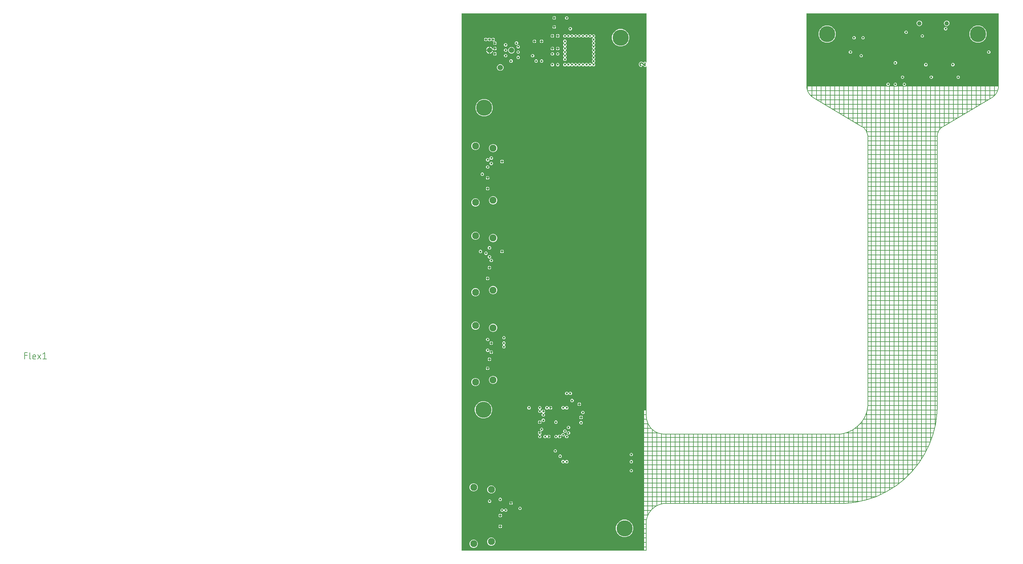
<source format=gbr>
G04 EAGLE Gerber RS-274X export*
G75*
%MOMM*%
%FSLAX34Y34*%
%LPD*%
%INCopper Layer 2*%
%IPPOS*%
%AMOC8*
5,1,8,0,0,1.08239X$1,22.5*%
G01*
%ADD10C,0.355600*%
%ADD11C,0.152400*%
%ADD12C,1.500000*%
%ADD13C,1.950000*%
%ADD14C,1.219200*%
%ADD15C,4.500000*%
%ADD16C,0.600000*%

G36*
X510020Y2504D02*
X510020Y2504D01*
X510039Y2502D01*
X510141Y2524D01*
X510243Y2540D01*
X510260Y2550D01*
X510280Y2554D01*
X510369Y2607D01*
X510460Y2656D01*
X510474Y2670D01*
X510491Y2680D01*
X510558Y2759D01*
X510630Y2834D01*
X510638Y2852D01*
X510651Y2867D01*
X510690Y2963D01*
X510733Y3057D01*
X510735Y3077D01*
X510743Y3095D01*
X510761Y3262D01*
X510761Y394239D01*
X516738Y394239D01*
X516758Y394242D01*
X516777Y394240D01*
X516879Y394262D01*
X516981Y394279D01*
X516998Y394288D01*
X517018Y394292D01*
X517107Y394345D01*
X517198Y394394D01*
X517212Y394408D01*
X517229Y394418D01*
X517296Y394497D01*
X517368Y394572D01*
X517376Y394590D01*
X517389Y394605D01*
X517428Y394701D01*
X517471Y394795D01*
X517473Y394815D01*
X517481Y394833D01*
X517499Y395000D01*
X517499Y1349581D01*
X517488Y1349651D01*
X517486Y1349723D01*
X517468Y1349772D01*
X517460Y1349823D01*
X517426Y1349887D01*
X517401Y1349954D01*
X517369Y1349995D01*
X517344Y1350041D01*
X517292Y1350090D01*
X517248Y1350146D01*
X517204Y1350174D01*
X517166Y1350210D01*
X517101Y1350240D01*
X517041Y1350279D01*
X516990Y1350292D01*
X516943Y1350314D01*
X516872Y1350322D01*
X516802Y1350339D01*
X516750Y1350335D01*
X516699Y1350341D01*
X516628Y1350326D01*
X516557Y1350320D01*
X516509Y1350300D01*
X516458Y1350289D01*
X516397Y1350252D01*
X516331Y1350224D01*
X516275Y1350179D01*
X516247Y1350162D01*
X516232Y1350145D01*
X516200Y1350119D01*
X515656Y1349575D01*
X515643Y1349557D01*
X515614Y1349530D01*
X514825Y1348601D01*
X514790Y1348586D01*
X514728Y1348571D01*
X514677Y1348538D01*
X514621Y1348514D01*
X514602Y1348499D01*
X513385Y1348499D01*
X513363Y1348496D01*
X513324Y1348497D01*
X512109Y1348398D01*
X512073Y1348412D01*
X512019Y1348445D01*
X511960Y1348458D01*
X511904Y1348481D01*
X511880Y1348483D01*
X511019Y1349344D01*
X511001Y1349357D01*
X510974Y1349386D01*
X506967Y1352792D01*
X506915Y1352823D01*
X506886Y1352848D01*
X506861Y1352858D01*
X506805Y1352897D01*
X506779Y1352905D01*
X506756Y1352919D01*
X506661Y1352940D01*
X506569Y1352967D01*
X506542Y1352966D01*
X506516Y1352972D01*
X506419Y1352961D01*
X506323Y1352958D01*
X506298Y1352948D01*
X506271Y1352946D01*
X506184Y1352905D01*
X506093Y1352871D01*
X506072Y1352854D01*
X506048Y1352843D01*
X505978Y1352776D01*
X505903Y1352715D01*
X505888Y1352692D01*
X505869Y1352674D01*
X505823Y1352588D01*
X505772Y1352506D01*
X505766Y1352481D01*
X505753Y1352457D01*
X505737Y1352361D01*
X505715Y1352267D01*
X505717Y1352241D01*
X505713Y1352214D01*
X505721Y1352159D01*
X505721Y1352158D01*
X505723Y1352148D01*
X505724Y1352144D01*
X504860Y1349476D01*
X502441Y1348240D01*
X501149Y1348659D01*
X499561Y1349173D01*
X497078Y1351405D01*
X495719Y1354455D01*
X495719Y1357956D01*
X497551Y1361128D01*
X500723Y1362959D01*
X504011Y1362959D01*
X506350Y1361956D01*
X506361Y1361954D01*
X506375Y1361946D01*
X506689Y1361811D01*
X507547Y1360910D01*
X507569Y1360894D01*
X507605Y1360855D01*
X508689Y1359934D01*
X508724Y1359913D01*
X508754Y1359885D01*
X508829Y1359850D01*
X508900Y1359807D01*
X508940Y1359798D01*
X508977Y1359781D01*
X509059Y1359772D01*
X509140Y1359754D01*
X509181Y1359759D01*
X509221Y1359754D01*
X509302Y1359772D01*
X509384Y1359780D01*
X509422Y1359797D01*
X509462Y1359806D01*
X509533Y1359849D01*
X509608Y1359883D01*
X509638Y1359911D01*
X509673Y1359932D01*
X509727Y1359995D01*
X509787Y1360052D01*
X509806Y1360088D01*
X509833Y1360119D01*
X509864Y1360196D01*
X509903Y1360269D01*
X509909Y1360309D01*
X509925Y1360347D01*
X509942Y1360506D01*
X509943Y1360511D01*
X509943Y1360513D01*
X509943Y1360514D01*
X509943Y1361038D01*
X511864Y1362959D01*
X514580Y1362959D01*
X516200Y1361339D01*
X516258Y1361297D01*
X516310Y1361248D01*
X516357Y1361226D01*
X516399Y1361196D01*
X516468Y1361175D01*
X516533Y1361144D01*
X516585Y1361139D01*
X516635Y1361123D01*
X516706Y1361125D01*
X516777Y1361117D01*
X516828Y1361128D01*
X516880Y1361130D01*
X516948Y1361154D01*
X517018Y1361170D01*
X517063Y1361196D01*
X517111Y1361214D01*
X517167Y1361259D01*
X517229Y1361296D01*
X517263Y1361335D01*
X517303Y1361368D01*
X517342Y1361428D01*
X517389Y1361483D01*
X517408Y1361531D01*
X517436Y1361575D01*
X517454Y1361644D01*
X517481Y1361711D01*
X517489Y1361782D01*
X517497Y1361813D01*
X517495Y1361837D01*
X517499Y1361878D01*
X517499Y1496738D01*
X517496Y1496758D01*
X517498Y1496777D01*
X517476Y1496879D01*
X517460Y1496981D01*
X517450Y1496998D01*
X517446Y1497018D01*
X517393Y1497107D01*
X517344Y1497198D01*
X517330Y1497212D01*
X517320Y1497229D01*
X517241Y1497296D01*
X517166Y1497368D01*
X517148Y1497376D01*
X517133Y1497389D01*
X517037Y1497428D01*
X516943Y1497471D01*
X516923Y1497473D01*
X516905Y1497481D01*
X516738Y1497499D01*
X3262Y1497499D01*
X3242Y1497496D01*
X3223Y1497498D01*
X3121Y1497476D01*
X3019Y1497460D01*
X3002Y1497450D01*
X2982Y1497446D01*
X2893Y1497393D01*
X2802Y1497344D01*
X2788Y1497330D01*
X2771Y1497320D01*
X2704Y1497241D01*
X2632Y1497166D01*
X2624Y1497148D01*
X2611Y1497133D01*
X2572Y1497037D01*
X2529Y1496943D01*
X2527Y1496923D01*
X2519Y1496905D01*
X2501Y1496738D01*
X2501Y3262D01*
X2504Y3242D01*
X2502Y3223D01*
X2524Y3121D01*
X2540Y3019D01*
X2550Y3002D01*
X2554Y2982D01*
X2607Y2893D01*
X2656Y2802D01*
X2670Y2788D01*
X2680Y2771D01*
X2759Y2704D01*
X2834Y2632D01*
X2852Y2624D01*
X2867Y2611D01*
X2963Y2572D01*
X3057Y2529D01*
X3077Y2527D01*
X3095Y2519D01*
X3262Y2501D01*
X510000Y2501D01*
X510020Y2504D01*
G37*
G36*
X1187629Y1294250D02*
X1187629Y1294250D01*
X1187701Y1294252D01*
X1187750Y1294270D01*
X1187801Y1294279D01*
X1187865Y1294312D01*
X1187932Y1294337D01*
X1187973Y1294369D01*
X1188019Y1294394D01*
X1188068Y1294446D01*
X1188124Y1294490D01*
X1188152Y1294534D01*
X1188188Y1294572D01*
X1188218Y1294637D01*
X1188257Y1294697D01*
X1188270Y1294748D01*
X1188292Y1294795D01*
X1188299Y1294866D01*
X1188317Y1294936D01*
X1188313Y1294988D01*
X1188319Y1295039D01*
X1188303Y1295110D01*
X1188298Y1295181D01*
X1188277Y1295229D01*
X1188266Y1295280D01*
X1188230Y1295341D01*
X1188202Y1295407D01*
X1188157Y1295463D01*
X1188140Y1295491D01*
X1188122Y1295506D01*
X1188097Y1295538D01*
X1185499Y1298136D01*
X1185499Y1301864D01*
X1188136Y1304501D01*
X1191864Y1304501D01*
X1194501Y1301864D01*
X1194501Y1298136D01*
X1191903Y1295538D01*
X1191861Y1295480D01*
X1191812Y1295428D01*
X1191790Y1295381D01*
X1191760Y1295339D01*
X1191739Y1295270D01*
X1191708Y1295205D01*
X1191703Y1295153D01*
X1191687Y1295103D01*
X1191689Y1295032D01*
X1191681Y1294961D01*
X1191692Y1294910D01*
X1191694Y1294858D01*
X1191718Y1294790D01*
X1191734Y1294720D01*
X1191760Y1294676D01*
X1191778Y1294627D01*
X1191823Y1294571D01*
X1191860Y1294509D01*
X1191899Y1294475D01*
X1191932Y1294435D01*
X1191992Y1294396D01*
X1192047Y1294349D01*
X1192095Y1294330D01*
X1192139Y1294302D01*
X1192208Y1294284D01*
X1192275Y1294257D01*
X1192346Y1294249D01*
X1192377Y1294241D01*
X1192401Y1294243D01*
X1192442Y1294239D01*
X1207558Y1294239D01*
X1207629Y1294250D01*
X1207701Y1294252D01*
X1207750Y1294270D01*
X1207801Y1294279D01*
X1207865Y1294312D01*
X1207932Y1294337D01*
X1207973Y1294369D01*
X1208019Y1294394D01*
X1208068Y1294446D01*
X1208124Y1294490D01*
X1208152Y1294534D01*
X1208188Y1294572D01*
X1208218Y1294637D01*
X1208257Y1294697D01*
X1208270Y1294748D01*
X1208292Y1294795D01*
X1208299Y1294866D01*
X1208317Y1294936D01*
X1208313Y1294988D01*
X1208319Y1295039D01*
X1208303Y1295110D01*
X1208298Y1295181D01*
X1208277Y1295229D01*
X1208266Y1295280D01*
X1208230Y1295341D01*
X1208202Y1295407D01*
X1208157Y1295463D01*
X1208140Y1295491D01*
X1208122Y1295506D01*
X1208097Y1295538D01*
X1205499Y1298136D01*
X1205499Y1301864D01*
X1208136Y1304501D01*
X1211864Y1304501D01*
X1214501Y1301864D01*
X1214501Y1298136D01*
X1211903Y1295538D01*
X1211861Y1295480D01*
X1211812Y1295428D01*
X1211790Y1295381D01*
X1211760Y1295339D01*
X1211739Y1295270D01*
X1211708Y1295205D01*
X1211703Y1295153D01*
X1211687Y1295103D01*
X1211689Y1295032D01*
X1211681Y1294961D01*
X1211692Y1294910D01*
X1211694Y1294858D01*
X1211718Y1294790D01*
X1211734Y1294720D01*
X1211760Y1294676D01*
X1211778Y1294627D01*
X1211823Y1294571D01*
X1211860Y1294509D01*
X1211899Y1294475D01*
X1211932Y1294435D01*
X1211992Y1294396D01*
X1212047Y1294349D01*
X1212095Y1294330D01*
X1212139Y1294302D01*
X1212208Y1294284D01*
X1212275Y1294257D01*
X1212346Y1294249D01*
X1212377Y1294241D01*
X1212401Y1294243D01*
X1212442Y1294239D01*
X1232558Y1294239D01*
X1232629Y1294250D01*
X1232701Y1294252D01*
X1232750Y1294270D01*
X1232801Y1294279D01*
X1232865Y1294312D01*
X1232932Y1294337D01*
X1232973Y1294369D01*
X1233019Y1294394D01*
X1233068Y1294446D01*
X1233124Y1294490D01*
X1233152Y1294534D01*
X1233188Y1294572D01*
X1233218Y1294637D01*
X1233257Y1294697D01*
X1233270Y1294748D01*
X1233292Y1294795D01*
X1233299Y1294866D01*
X1233317Y1294936D01*
X1233313Y1294988D01*
X1233319Y1295039D01*
X1233303Y1295110D01*
X1233298Y1295181D01*
X1233277Y1295229D01*
X1233266Y1295280D01*
X1233230Y1295341D01*
X1233202Y1295407D01*
X1233157Y1295463D01*
X1233140Y1295491D01*
X1233122Y1295506D01*
X1233097Y1295538D01*
X1230499Y1298136D01*
X1230499Y1301864D01*
X1233136Y1304501D01*
X1236864Y1304501D01*
X1239501Y1301864D01*
X1239501Y1298136D01*
X1236903Y1295538D01*
X1236861Y1295480D01*
X1236812Y1295428D01*
X1236790Y1295381D01*
X1236760Y1295339D01*
X1236739Y1295270D01*
X1236708Y1295205D01*
X1236703Y1295153D01*
X1236687Y1295103D01*
X1236689Y1295032D01*
X1236681Y1294961D01*
X1236692Y1294910D01*
X1236694Y1294858D01*
X1236718Y1294790D01*
X1236734Y1294720D01*
X1236760Y1294676D01*
X1236778Y1294627D01*
X1236823Y1294571D01*
X1236860Y1294509D01*
X1236899Y1294475D01*
X1236932Y1294435D01*
X1236992Y1294396D01*
X1237047Y1294349D01*
X1237095Y1294330D01*
X1237139Y1294302D01*
X1237208Y1294284D01*
X1237275Y1294257D01*
X1237346Y1294249D01*
X1237377Y1294241D01*
X1237401Y1294243D01*
X1237442Y1294239D01*
X1496738Y1294239D01*
X1496760Y1294242D01*
X1496782Y1294240D01*
X1496881Y1294262D01*
X1496981Y1294279D01*
X1497001Y1294289D01*
X1497022Y1294294D01*
X1497109Y1294346D01*
X1497198Y1294394D01*
X1497214Y1294410D01*
X1497233Y1294422D01*
X1497298Y1294499D01*
X1497367Y1294572D01*
X1497377Y1294592D01*
X1497391Y1294610D01*
X1497429Y1294704D01*
X1497471Y1294795D01*
X1497474Y1294817D01*
X1497482Y1294838D01*
X1497499Y1295005D01*
X1497491Y1296234D01*
X1497493Y1296240D01*
X1497492Y1296272D01*
X1497499Y1296338D01*
X1497499Y1496738D01*
X1497496Y1496755D01*
X1497498Y1496771D01*
X1497498Y1496773D01*
X1497498Y1496777D01*
X1497476Y1496879D01*
X1497460Y1496981D01*
X1497450Y1496998D01*
X1497446Y1497018D01*
X1497393Y1497107D01*
X1497344Y1497198D01*
X1497330Y1497212D01*
X1497320Y1497229D01*
X1497241Y1497296D01*
X1497166Y1497368D01*
X1497148Y1497376D01*
X1497133Y1497389D01*
X1497037Y1497428D01*
X1496943Y1497471D01*
X1496923Y1497473D01*
X1496905Y1497481D01*
X1496738Y1497499D01*
X963262Y1497499D01*
X963242Y1497496D01*
X963223Y1497498D01*
X963121Y1497476D01*
X963019Y1497460D01*
X963002Y1497450D01*
X962982Y1497446D01*
X962893Y1497393D01*
X962802Y1497344D01*
X962788Y1497330D01*
X962771Y1497320D01*
X962704Y1497241D01*
X962632Y1497166D01*
X962624Y1497148D01*
X962611Y1497133D01*
X962572Y1497037D01*
X962529Y1496943D01*
X962527Y1496923D01*
X962519Y1496905D01*
X962501Y1496738D01*
X962501Y1295000D01*
X962504Y1294980D01*
X962502Y1294961D01*
X962524Y1294859D01*
X962540Y1294757D01*
X962550Y1294740D01*
X962554Y1294720D01*
X962607Y1294631D01*
X962656Y1294540D01*
X962670Y1294526D01*
X962680Y1294509D01*
X962759Y1294442D01*
X962834Y1294371D01*
X962852Y1294362D01*
X962867Y1294349D01*
X962963Y1294310D01*
X963057Y1294267D01*
X963077Y1294265D01*
X963095Y1294257D01*
X963262Y1294239D01*
X1187558Y1294239D01*
X1187629Y1294250D01*
G37*
%LPC*%
G36*
X451126Y40499D02*
X451126Y40499D01*
X442305Y44153D01*
X435553Y50905D01*
X431899Y59726D01*
X431899Y69274D01*
X435553Y78095D01*
X442305Y84847D01*
X451126Y88501D01*
X460674Y88501D01*
X469495Y84847D01*
X476247Y78095D01*
X479901Y69274D01*
X479901Y59726D01*
X476247Y50905D01*
X469495Y44153D01*
X460674Y40499D01*
X451126Y40499D01*
G37*
%LPD*%
%LPC*%
G36*
X1015226Y1415999D02*
X1015226Y1415999D01*
X1006405Y1419653D01*
X999653Y1426405D01*
X995999Y1435226D01*
X995999Y1444774D01*
X999653Y1453595D01*
X1006405Y1460347D01*
X1015226Y1464001D01*
X1024774Y1464001D01*
X1033595Y1460347D01*
X1040347Y1453595D01*
X1044001Y1444774D01*
X1044001Y1435226D01*
X1040347Y1426405D01*
X1033595Y1419653D01*
X1024774Y1415999D01*
X1015226Y1415999D01*
G37*
%LPD*%
%LPC*%
G36*
X58326Y370499D02*
X58326Y370499D01*
X49505Y374153D01*
X42753Y380905D01*
X39099Y389726D01*
X39099Y399274D01*
X42753Y408095D01*
X49505Y414847D01*
X58326Y418501D01*
X67874Y418501D01*
X76695Y414847D01*
X83447Y408095D01*
X87101Y399274D01*
X87101Y389726D01*
X83447Y380905D01*
X76695Y374153D01*
X67874Y370499D01*
X58326Y370499D01*
G37*
%LPD*%
%LPC*%
G36*
X1435226Y1415999D02*
X1435226Y1415999D01*
X1426405Y1419653D01*
X1419653Y1426405D01*
X1415999Y1435226D01*
X1415999Y1444774D01*
X1419653Y1453595D01*
X1426405Y1460347D01*
X1435226Y1464001D01*
X1444774Y1464001D01*
X1453595Y1460347D01*
X1460347Y1453595D01*
X1464001Y1444774D01*
X1464001Y1435226D01*
X1460347Y1426405D01*
X1453595Y1419653D01*
X1444774Y1415999D01*
X1435226Y1415999D01*
G37*
%LPD*%
%LPC*%
G36*
X440226Y1405999D02*
X440226Y1405999D01*
X431405Y1409653D01*
X424653Y1416405D01*
X420999Y1425226D01*
X420999Y1434774D01*
X424653Y1443595D01*
X431405Y1450347D01*
X440226Y1454001D01*
X449774Y1454001D01*
X458595Y1450347D01*
X465347Y1443595D01*
X469001Y1434774D01*
X469001Y1425226D01*
X465347Y1416405D01*
X458595Y1409653D01*
X449774Y1405999D01*
X440226Y1405999D01*
G37*
%LPD*%
%LPC*%
G36*
X60226Y1210999D02*
X60226Y1210999D01*
X51405Y1214653D01*
X44653Y1221405D01*
X40999Y1230226D01*
X40999Y1239774D01*
X44653Y1248595D01*
X51405Y1255347D01*
X60226Y1259001D01*
X69774Y1259001D01*
X78595Y1255347D01*
X85347Y1248595D01*
X89001Y1239774D01*
X89001Y1230226D01*
X85347Y1221405D01*
X78595Y1214653D01*
X69774Y1210999D01*
X60226Y1210999D01*
G37*
%LPD*%
%LPC*%
G36*
X288136Y1350499D02*
X288136Y1350499D01*
X285499Y1353136D01*
X285499Y1356864D01*
X288136Y1359501D01*
X291864Y1359501D01*
X294462Y1356903D01*
X294478Y1356892D01*
X294490Y1356876D01*
X294578Y1356820D01*
X294661Y1356760D01*
X294680Y1356754D01*
X294697Y1356743D01*
X294798Y1356718D01*
X294897Y1356687D01*
X294916Y1356688D01*
X294936Y1356683D01*
X295039Y1356691D01*
X295142Y1356694D01*
X295161Y1356701D01*
X295181Y1356702D01*
X295276Y1356743D01*
X295373Y1356778D01*
X295389Y1356791D01*
X295407Y1356798D01*
X295538Y1356903D01*
X298136Y1359501D01*
X301864Y1359501D01*
X304462Y1356903D01*
X304478Y1356892D01*
X304490Y1356876D01*
X304578Y1356820D01*
X304661Y1356760D01*
X304680Y1356754D01*
X304697Y1356743D01*
X304798Y1356718D01*
X304897Y1356687D01*
X304916Y1356688D01*
X304936Y1356683D01*
X305039Y1356691D01*
X305142Y1356694D01*
X305161Y1356701D01*
X305181Y1356702D01*
X305276Y1356743D01*
X305373Y1356778D01*
X305389Y1356791D01*
X305407Y1356798D01*
X305538Y1356903D01*
X308136Y1359501D01*
X311864Y1359501D01*
X314462Y1356903D01*
X314478Y1356892D01*
X314490Y1356876D01*
X314578Y1356820D01*
X314661Y1356760D01*
X314680Y1356754D01*
X314697Y1356743D01*
X314798Y1356718D01*
X314897Y1356687D01*
X314916Y1356688D01*
X314936Y1356683D01*
X315039Y1356691D01*
X315142Y1356694D01*
X315161Y1356701D01*
X315181Y1356702D01*
X315276Y1356743D01*
X315373Y1356778D01*
X315389Y1356791D01*
X315407Y1356798D01*
X315538Y1356903D01*
X318136Y1359501D01*
X321864Y1359501D01*
X324462Y1356903D01*
X324478Y1356892D01*
X324490Y1356876D01*
X324578Y1356820D01*
X324661Y1356760D01*
X324680Y1356754D01*
X324697Y1356743D01*
X324798Y1356718D01*
X324897Y1356687D01*
X324916Y1356688D01*
X324936Y1356683D01*
X325039Y1356691D01*
X325142Y1356694D01*
X325161Y1356701D01*
X325181Y1356702D01*
X325276Y1356743D01*
X325373Y1356778D01*
X325389Y1356791D01*
X325407Y1356798D01*
X325538Y1356903D01*
X328136Y1359501D01*
X331864Y1359501D01*
X334462Y1356903D01*
X334478Y1356892D01*
X334490Y1356876D01*
X334578Y1356820D01*
X334661Y1356760D01*
X334680Y1356754D01*
X334697Y1356743D01*
X334798Y1356718D01*
X334897Y1356687D01*
X334916Y1356688D01*
X334936Y1356683D01*
X335039Y1356691D01*
X335142Y1356694D01*
X335161Y1356701D01*
X335181Y1356702D01*
X335276Y1356743D01*
X335373Y1356778D01*
X335389Y1356791D01*
X335407Y1356798D01*
X335538Y1356903D01*
X338136Y1359501D01*
X341864Y1359501D01*
X344462Y1356903D01*
X344478Y1356892D01*
X344490Y1356876D01*
X344578Y1356820D01*
X344661Y1356760D01*
X344680Y1356754D01*
X344697Y1356743D01*
X344798Y1356718D01*
X344897Y1356687D01*
X344916Y1356688D01*
X344936Y1356683D01*
X345039Y1356691D01*
X345142Y1356694D01*
X345161Y1356701D01*
X345181Y1356702D01*
X345276Y1356743D01*
X345373Y1356778D01*
X345389Y1356791D01*
X345407Y1356798D01*
X345538Y1356903D01*
X348136Y1359501D01*
X351864Y1359501D01*
X354462Y1356903D01*
X354478Y1356892D01*
X354490Y1356876D01*
X354578Y1356820D01*
X354661Y1356760D01*
X354680Y1356754D01*
X354697Y1356743D01*
X354798Y1356718D01*
X354897Y1356687D01*
X354916Y1356688D01*
X354936Y1356683D01*
X355039Y1356691D01*
X355142Y1356694D01*
X355161Y1356701D01*
X355181Y1356702D01*
X355276Y1356743D01*
X355373Y1356778D01*
X355389Y1356791D01*
X355407Y1356798D01*
X355538Y1356903D01*
X358136Y1359501D01*
X361864Y1359501D01*
X364462Y1356903D01*
X364478Y1356892D01*
X364490Y1356876D01*
X364578Y1356820D01*
X364661Y1356760D01*
X364680Y1356754D01*
X364697Y1356743D01*
X364798Y1356718D01*
X364897Y1356687D01*
X364916Y1356688D01*
X364936Y1356683D01*
X365039Y1356691D01*
X365142Y1356694D01*
X365161Y1356701D01*
X365181Y1356702D01*
X365276Y1356742D01*
X365373Y1356778D01*
X365389Y1356791D01*
X365407Y1356798D01*
X365538Y1356903D01*
X368097Y1359462D01*
X368108Y1359478D01*
X368124Y1359490D01*
X368180Y1359578D01*
X368240Y1359661D01*
X368246Y1359680D01*
X368257Y1359697D01*
X368282Y1359798D01*
X368313Y1359897D01*
X368312Y1359916D01*
X368317Y1359936D01*
X368309Y1360039D01*
X368306Y1360142D01*
X368299Y1360161D01*
X368298Y1360181D01*
X368258Y1360276D01*
X368222Y1360373D01*
X368209Y1360389D01*
X368202Y1360407D01*
X368097Y1360538D01*
X365499Y1363136D01*
X365499Y1366864D01*
X368097Y1369462D01*
X368108Y1369478D01*
X368124Y1369490D01*
X368180Y1369578D01*
X368240Y1369661D01*
X368246Y1369680D01*
X368257Y1369697D01*
X368282Y1369798D01*
X368313Y1369897D01*
X368312Y1369916D01*
X368317Y1369936D01*
X368309Y1370039D01*
X368306Y1370142D01*
X368299Y1370161D01*
X368298Y1370181D01*
X368257Y1370276D01*
X368222Y1370373D01*
X368209Y1370389D01*
X368202Y1370407D01*
X368097Y1370538D01*
X365499Y1373136D01*
X365499Y1376864D01*
X368097Y1379462D01*
X368108Y1379478D01*
X368124Y1379490D01*
X368180Y1379578D01*
X368240Y1379661D01*
X368246Y1379680D01*
X368257Y1379697D01*
X368282Y1379798D01*
X368313Y1379897D01*
X368312Y1379916D01*
X368317Y1379936D01*
X368309Y1380039D01*
X368306Y1380142D01*
X368299Y1380161D01*
X368298Y1380181D01*
X368257Y1380276D01*
X368222Y1380373D01*
X368209Y1380389D01*
X368202Y1380407D01*
X368097Y1380538D01*
X365499Y1383136D01*
X365499Y1386864D01*
X368097Y1389462D01*
X368108Y1389478D01*
X368124Y1389490D01*
X368180Y1389578D01*
X368240Y1389661D01*
X368246Y1389680D01*
X368257Y1389697D01*
X368282Y1389798D01*
X368313Y1389897D01*
X368312Y1389916D01*
X368317Y1389936D01*
X368309Y1390039D01*
X368306Y1390142D01*
X368299Y1390161D01*
X368298Y1390181D01*
X368257Y1390276D01*
X368222Y1390373D01*
X368209Y1390389D01*
X368202Y1390407D01*
X368097Y1390538D01*
X365499Y1393136D01*
X365499Y1396864D01*
X368097Y1399462D01*
X368108Y1399478D01*
X368124Y1399490D01*
X368180Y1399578D01*
X368240Y1399661D01*
X368246Y1399680D01*
X368257Y1399697D01*
X368282Y1399798D01*
X368313Y1399897D01*
X368312Y1399916D01*
X368317Y1399936D01*
X368309Y1400039D01*
X368306Y1400142D01*
X368299Y1400161D01*
X368298Y1400181D01*
X368257Y1400276D01*
X368222Y1400373D01*
X368209Y1400389D01*
X368202Y1400407D01*
X368097Y1400538D01*
X365499Y1403136D01*
X365499Y1406864D01*
X368097Y1409462D01*
X368108Y1409478D01*
X368124Y1409490D01*
X368180Y1409578D01*
X368240Y1409661D01*
X368246Y1409680D01*
X368257Y1409697D01*
X368282Y1409798D01*
X368313Y1409897D01*
X368312Y1409916D01*
X368317Y1409936D01*
X368309Y1410039D01*
X368306Y1410142D01*
X368299Y1410161D01*
X368298Y1410181D01*
X368257Y1410276D01*
X368222Y1410373D01*
X368209Y1410389D01*
X368202Y1410407D01*
X368097Y1410538D01*
X365499Y1413136D01*
X365499Y1416864D01*
X368097Y1419462D01*
X368108Y1419478D01*
X368124Y1419490D01*
X368180Y1419578D01*
X368240Y1419661D01*
X368246Y1419680D01*
X368257Y1419697D01*
X368282Y1419798D01*
X368313Y1419897D01*
X368312Y1419916D01*
X368317Y1419936D01*
X368309Y1420039D01*
X368306Y1420142D01*
X368299Y1420161D01*
X368298Y1420181D01*
X368257Y1420276D01*
X368222Y1420373D01*
X368209Y1420389D01*
X368202Y1420407D01*
X368097Y1420538D01*
X365499Y1423136D01*
X365499Y1426864D01*
X368097Y1429462D01*
X368108Y1429478D01*
X368124Y1429490D01*
X368180Y1429578D01*
X368240Y1429661D01*
X368246Y1429680D01*
X368257Y1429697D01*
X368282Y1429798D01*
X368313Y1429897D01*
X368312Y1429916D01*
X368317Y1429936D01*
X368309Y1430039D01*
X368306Y1430142D01*
X368299Y1430161D01*
X368298Y1430181D01*
X368257Y1430276D01*
X368222Y1430373D01*
X368209Y1430389D01*
X368202Y1430407D01*
X368097Y1430538D01*
X365538Y1433097D01*
X365522Y1433108D01*
X365510Y1433124D01*
X365422Y1433180D01*
X365339Y1433240D01*
X365320Y1433246D01*
X365303Y1433257D01*
X365202Y1433282D01*
X365103Y1433313D01*
X365084Y1433312D01*
X365064Y1433317D01*
X364961Y1433309D01*
X364858Y1433306D01*
X364839Y1433299D01*
X364819Y1433298D01*
X364724Y1433257D01*
X364627Y1433222D01*
X364611Y1433209D01*
X364593Y1433202D01*
X364462Y1433097D01*
X361864Y1430499D01*
X358136Y1430499D01*
X355538Y1433097D01*
X355522Y1433108D01*
X355510Y1433124D01*
X355422Y1433180D01*
X355339Y1433240D01*
X355320Y1433246D01*
X355303Y1433257D01*
X355202Y1433282D01*
X355103Y1433313D01*
X355084Y1433312D01*
X355064Y1433317D01*
X354961Y1433309D01*
X354858Y1433306D01*
X354839Y1433299D01*
X354819Y1433298D01*
X354724Y1433257D01*
X354627Y1433222D01*
X354611Y1433209D01*
X354593Y1433202D01*
X354462Y1433097D01*
X351864Y1430499D01*
X348136Y1430499D01*
X345538Y1433097D01*
X345522Y1433108D01*
X345510Y1433124D01*
X345422Y1433180D01*
X345339Y1433240D01*
X345320Y1433246D01*
X345303Y1433257D01*
X345202Y1433282D01*
X345103Y1433313D01*
X345084Y1433312D01*
X345064Y1433317D01*
X344961Y1433309D01*
X344858Y1433306D01*
X344839Y1433299D01*
X344819Y1433298D01*
X344724Y1433257D01*
X344627Y1433222D01*
X344611Y1433209D01*
X344593Y1433202D01*
X344462Y1433097D01*
X341864Y1430499D01*
X338136Y1430499D01*
X335538Y1433097D01*
X335522Y1433108D01*
X335510Y1433124D01*
X335422Y1433180D01*
X335339Y1433240D01*
X335320Y1433246D01*
X335303Y1433257D01*
X335202Y1433282D01*
X335103Y1433313D01*
X335084Y1433312D01*
X335064Y1433317D01*
X334961Y1433309D01*
X334858Y1433306D01*
X334839Y1433299D01*
X334819Y1433298D01*
X334724Y1433257D01*
X334627Y1433222D01*
X334611Y1433209D01*
X334593Y1433202D01*
X334462Y1433097D01*
X331864Y1430499D01*
X328136Y1430499D01*
X325538Y1433097D01*
X325522Y1433108D01*
X325510Y1433124D01*
X325422Y1433180D01*
X325339Y1433240D01*
X325320Y1433246D01*
X325303Y1433257D01*
X325202Y1433282D01*
X325103Y1433313D01*
X325084Y1433312D01*
X325064Y1433317D01*
X324961Y1433309D01*
X324858Y1433306D01*
X324839Y1433299D01*
X324819Y1433298D01*
X324724Y1433257D01*
X324627Y1433222D01*
X324611Y1433209D01*
X324593Y1433202D01*
X324462Y1433097D01*
X321864Y1430499D01*
X318136Y1430499D01*
X315538Y1433097D01*
X315522Y1433108D01*
X315510Y1433124D01*
X315422Y1433180D01*
X315339Y1433240D01*
X315320Y1433246D01*
X315303Y1433257D01*
X315202Y1433282D01*
X315103Y1433313D01*
X315084Y1433312D01*
X315064Y1433317D01*
X314961Y1433309D01*
X314858Y1433306D01*
X314839Y1433299D01*
X314819Y1433298D01*
X314724Y1433257D01*
X314627Y1433222D01*
X314611Y1433209D01*
X314593Y1433202D01*
X314462Y1433097D01*
X311864Y1430499D01*
X308136Y1430499D01*
X305538Y1433097D01*
X305522Y1433108D01*
X305510Y1433124D01*
X305422Y1433180D01*
X305339Y1433240D01*
X305320Y1433246D01*
X305303Y1433257D01*
X305202Y1433282D01*
X305103Y1433313D01*
X305084Y1433312D01*
X305064Y1433317D01*
X304961Y1433309D01*
X304858Y1433306D01*
X304839Y1433299D01*
X304819Y1433298D01*
X304724Y1433257D01*
X304627Y1433222D01*
X304611Y1433209D01*
X304593Y1433202D01*
X304462Y1433097D01*
X301864Y1430499D01*
X298136Y1430499D01*
X295538Y1433097D01*
X295522Y1433108D01*
X295510Y1433124D01*
X295422Y1433180D01*
X295339Y1433240D01*
X295320Y1433246D01*
X295303Y1433257D01*
X295202Y1433282D01*
X295103Y1433313D01*
X295084Y1433312D01*
X295064Y1433317D01*
X294961Y1433309D01*
X294858Y1433306D01*
X294839Y1433299D01*
X294819Y1433298D01*
X294724Y1433257D01*
X294627Y1433222D01*
X294611Y1433209D01*
X294593Y1433202D01*
X294462Y1433097D01*
X291864Y1430499D01*
X288136Y1430499D01*
X285499Y1433136D01*
X285499Y1436864D01*
X288136Y1439501D01*
X291864Y1439501D01*
X294462Y1436903D01*
X294478Y1436892D01*
X294490Y1436876D01*
X294561Y1436831D01*
X294590Y1436806D01*
X294606Y1436800D01*
X294661Y1436760D01*
X294680Y1436754D01*
X294697Y1436743D01*
X294798Y1436718D01*
X294897Y1436687D01*
X294916Y1436688D01*
X294936Y1436683D01*
X295039Y1436691D01*
X295142Y1436694D01*
X295161Y1436701D01*
X295181Y1436702D01*
X295276Y1436743D01*
X295373Y1436778D01*
X295389Y1436791D01*
X295407Y1436798D01*
X295466Y1436846D01*
X295476Y1436851D01*
X295486Y1436861D01*
X295538Y1436903D01*
X298136Y1439501D01*
X301864Y1439501D01*
X304462Y1436903D01*
X304478Y1436892D01*
X304490Y1436876D01*
X304561Y1436831D01*
X304590Y1436806D01*
X304606Y1436800D01*
X304661Y1436760D01*
X304680Y1436754D01*
X304697Y1436743D01*
X304798Y1436718D01*
X304897Y1436687D01*
X304916Y1436688D01*
X304936Y1436683D01*
X305039Y1436691D01*
X305142Y1436694D01*
X305161Y1436701D01*
X305181Y1436702D01*
X305276Y1436743D01*
X305373Y1436778D01*
X305389Y1436791D01*
X305407Y1436798D01*
X305466Y1436846D01*
X305476Y1436851D01*
X305486Y1436861D01*
X305538Y1436903D01*
X308136Y1439501D01*
X311864Y1439501D01*
X314462Y1436903D01*
X314478Y1436892D01*
X314490Y1436876D01*
X314561Y1436831D01*
X314590Y1436806D01*
X314606Y1436800D01*
X314661Y1436760D01*
X314680Y1436754D01*
X314697Y1436743D01*
X314798Y1436718D01*
X314897Y1436687D01*
X314916Y1436688D01*
X314936Y1436683D01*
X315039Y1436691D01*
X315142Y1436694D01*
X315161Y1436701D01*
X315181Y1436702D01*
X315276Y1436743D01*
X315373Y1436778D01*
X315389Y1436791D01*
X315407Y1436798D01*
X315466Y1436846D01*
X315476Y1436851D01*
X315486Y1436861D01*
X315538Y1436903D01*
X318136Y1439501D01*
X321864Y1439501D01*
X324462Y1436903D01*
X324478Y1436892D01*
X324490Y1436876D01*
X324561Y1436831D01*
X324590Y1436806D01*
X324606Y1436800D01*
X324661Y1436760D01*
X324680Y1436754D01*
X324697Y1436743D01*
X324798Y1436718D01*
X324897Y1436687D01*
X324916Y1436688D01*
X324936Y1436683D01*
X325039Y1436691D01*
X325142Y1436694D01*
X325161Y1436701D01*
X325181Y1436702D01*
X325276Y1436743D01*
X325373Y1436778D01*
X325389Y1436791D01*
X325407Y1436798D01*
X325466Y1436846D01*
X325476Y1436851D01*
X325486Y1436861D01*
X325538Y1436903D01*
X328136Y1439501D01*
X331864Y1439501D01*
X334462Y1436903D01*
X334478Y1436892D01*
X334490Y1436876D01*
X334561Y1436831D01*
X334590Y1436806D01*
X334606Y1436800D01*
X334661Y1436760D01*
X334680Y1436754D01*
X334697Y1436743D01*
X334798Y1436718D01*
X334897Y1436687D01*
X334916Y1436688D01*
X334936Y1436683D01*
X335039Y1436691D01*
X335142Y1436694D01*
X335161Y1436701D01*
X335181Y1436702D01*
X335276Y1436743D01*
X335373Y1436778D01*
X335389Y1436791D01*
X335407Y1436798D01*
X335466Y1436846D01*
X335476Y1436851D01*
X335486Y1436861D01*
X335538Y1436903D01*
X338136Y1439501D01*
X341864Y1439501D01*
X344462Y1436903D01*
X344478Y1436892D01*
X344490Y1436876D01*
X344561Y1436831D01*
X344590Y1436806D01*
X344606Y1436800D01*
X344661Y1436760D01*
X344680Y1436754D01*
X344697Y1436743D01*
X344798Y1436718D01*
X344897Y1436687D01*
X344916Y1436688D01*
X344936Y1436683D01*
X345039Y1436691D01*
X345142Y1436694D01*
X345161Y1436701D01*
X345181Y1436702D01*
X345276Y1436743D01*
X345373Y1436778D01*
X345389Y1436791D01*
X345407Y1436798D01*
X345466Y1436846D01*
X345476Y1436851D01*
X345486Y1436861D01*
X345538Y1436903D01*
X348136Y1439501D01*
X351864Y1439501D01*
X354462Y1436903D01*
X354478Y1436892D01*
X354490Y1436876D01*
X354561Y1436831D01*
X354590Y1436806D01*
X354606Y1436800D01*
X354661Y1436760D01*
X354680Y1436754D01*
X354697Y1436743D01*
X354798Y1436718D01*
X354897Y1436687D01*
X354916Y1436688D01*
X354936Y1436683D01*
X355039Y1436691D01*
X355142Y1436694D01*
X355161Y1436701D01*
X355181Y1436702D01*
X355276Y1436743D01*
X355373Y1436778D01*
X355389Y1436791D01*
X355407Y1436798D01*
X355466Y1436846D01*
X355476Y1436851D01*
X355486Y1436861D01*
X355538Y1436903D01*
X358136Y1439501D01*
X361864Y1439501D01*
X364462Y1436903D01*
X364478Y1436892D01*
X364490Y1436876D01*
X364561Y1436831D01*
X364590Y1436806D01*
X364606Y1436800D01*
X364661Y1436760D01*
X364680Y1436754D01*
X364697Y1436743D01*
X364798Y1436718D01*
X364897Y1436687D01*
X364916Y1436688D01*
X364936Y1436683D01*
X365039Y1436691D01*
X365142Y1436694D01*
X365161Y1436701D01*
X365181Y1436702D01*
X365276Y1436743D01*
X365373Y1436778D01*
X365389Y1436791D01*
X365407Y1436798D01*
X365466Y1436846D01*
X365476Y1436851D01*
X365486Y1436861D01*
X365538Y1436903D01*
X368136Y1439501D01*
X371864Y1439501D01*
X374501Y1436864D01*
X374501Y1433136D01*
X371903Y1430538D01*
X371892Y1430522D01*
X371876Y1430510D01*
X371820Y1430422D01*
X371760Y1430339D01*
X371754Y1430320D01*
X371743Y1430303D01*
X371718Y1430202D01*
X371687Y1430103D01*
X371688Y1430084D01*
X371683Y1430064D01*
X371691Y1429961D01*
X371694Y1429858D01*
X371701Y1429839D01*
X371702Y1429819D01*
X371743Y1429724D01*
X371778Y1429627D01*
X371791Y1429611D01*
X371798Y1429593D01*
X371903Y1429462D01*
X374501Y1426864D01*
X374501Y1423136D01*
X371903Y1420538D01*
X371892Y1420522D01*
X371876Y1420510D01*
X371820Y1420422D01*
X371760Y1420339D01*
X371754Y1420320D01*
X371743Y1420303D01*
X371718Y1420202D01*
X371687Y1420103D01*
X371688Y1420084D01*
X371683Y1420064D01*
X371691Y1419961D01*
X371694Y1419858D01*
X371701Y1419839D01*
X371702Y1419819D01*
X371743Y1419724D01*
X371778Y1419627D01*
X371791Y1419611D01*
X371798Y1419593D01*
X371903Y1419462D01*
X374501Y1416864D01*
X374501Y1413136D01*
X371903Y1410538D01*
X371892Y1410522D01*
X371876Y1410510D01*
X371820Y1410422D01*
X371760Y1410339D01*
X371754Y1410320D01*
X371743Y1410303D01*
X371718Y1410202D01*
X371687Y1410103D01*
X371688Y1410084D01*
X371683Y1410064D01*
X371691Y1409961D01*
X371694Y1409858D01*
X371701Y1409839D01*
X371702Y1409819D01*
X371743Y1409724D01*
X371778Y1409627D01*
X371791Y1409611D01*
X371798Y1409593D01*
X371903Y1409462D01*
X374501Y1406864D01*
X374501Y1403136D01*
X371903Y1400538D01*
X371892Y1400522D01*
X371876Y1400510D01*
X371820Y1400422D01*
X371760Y1400339D01*
X371754Y1400320D01*
X371743Y1400303D01*
X371718Y1400202D01*
X371687Y1400103D01*
X371688Y1400084D01*
X371683Y1400064D01*
X371691Y1399961D01*
X371694Y1399858D01*
X371701Y1399839D01*
X371702Y1399819D01*
X371743Y1399724D01*
X371778Y1399627D01*
X371791Y1399611D01*
X371798Y1399593D01*
X371903Y1399462D01*
X374501Y1396864D01*
X374501Y1393136D01*
X371903Y1390538D01*
X371892Y1390522D01*
X371876Y1390510D01*
X371820Y1390422D01*
X371760Y1390339D01*
X371754Y1390320D01*
X371743Y1390303D01*
X371718Y1390202D01*
X371687Y1390103D01*
X371688Y1390084D01*
X371683Y1390064D01*
X371691Y1389961D01*
X371694Y1389858D01*
X371701Y1389839D01*
X371702Y1389819D01*
X371743Y1389724D01*
X371778Y1389627D01*
X371791Y1389611D01*
X371798Y1389593D01*
X371903Y1389462D01*
X374501Y1386864D01*
X374501Y1383136D01*
X371903Y1380538D01*
X371892Y1380522D01*
X371876Y1380510D01*
X371820Y1380422D01*
X371760Y1380339D01*
X371754Y1380320D01*
X371743Y1380303D01*
X371718Y1380202D01*
X371687Y1380103D01*
X371688Y1380084D01*
X371683Y1380064D01*
X371691Y1379961D01*
X371694Y1379858D01*
X371701Y1379839D01*
X371702Y1379819D01*
X371743Y1379724D01*
X371778Y1379627D01*
X371791Y1379611D01*
X371798Y1379593D01*
X371903Y1379462D01*
X374501Y1376864D01*
X374501Y1373136D01*
X371903Y1370538D01*
X371892Y1370522D01*
X371876Y1370510D01*
X371820Y1370422D01*
X371760Y1370339D01*
X371754Y1370320D01*
X371743Y1370303D01*
X371718Y1370202D01*
X371687Y1370103D01*
X371688Y1370084D01*
X371683Y1370064D01*
X371691Y1369961D01*
X371694Y1369858D01*
X371701Y1369839D01*
X371702Y1369819D01*
X371743Y1369724D01*
X371778Y1369627D01*
X371791Y1369611D01*
X371798Y1369593D01*
X371903Y1369462D01*
X374501Y1366864D01*
X374501Y1363136D01*
X371903Y1360538D01*
X371892Y1360522D01*
X371876Y1360510D01*
X371820Y1360422D01*
X371760Y1360339D01*
X371754Y1360320D01*
X371743Y1360303D01*
X371718Y1360202D01*
X371687Y1360103D01*
X371688Y1360084D01*
X371683Y1360064D01*
X371691Y1359961D01*
X371694Y1359858D01*
X371701Y1359839D01*
X371702Y1359819D01*
X371743Y1359724D01*
X371778Y1359627D01*
X371791Y1359611D01*
X371798Y1359593D01*
X371903Y1359462D01*
X374501Y1356864D01*
X374501Y1353136D01*
X371864Y1350499D01*
X368136Y1350499D01*
X365538Y1353097D01*
X365522Y1353108D01*
X365510Y1353124D01*
X365422Y1353180D01*
X365339Y1353240D01*
X365320Y1353246D01*
X365303Y1353257D01*
X365202Y1353282D01*
X365103Y1353313D01*
X365084Y1353312D01*
X365064Y1353317D01*
X364961Y1353309D01*
X364858Y1353306D01*
X364839Y1353299D01*
X364819Y1353298D01*
X364724Y1353257D01*
X364627Y1353222D01*
X364611Y1353209D01*
X364593Y1353202D01*
X364462Y1353097D01*
X361864Y1350499D01*
X358136Y1350499D01*
X355538Y1353097D01*
X355522Y1353108D01*
X355510Y1353124D01*
X355422Y1353180D01*
X355339Y1353240D01*
X355320Y1353246D01*
X355303Y1353257D01*
X355202Y1353282D01*
X355103Y1353313D01*
X355084Y1353312D01*
X355064Y1353317D01*
X354961Y1353309D01*
X354858Y1353306D01*
X354839Y1353299D01*
X354819Y1353298D01*
X354724Y1353257D01*
X354627Y1353222D01*
X354611Y1353209D01*
X354593Y1353202D01*
X354462Y1353097D01*
X351864Y1350499D01*
X348136Y1350499D01*
X345538Y1353097D01*
X345522Y1353108D01*
X345510Y1353124D01*
X345422Y1353180D01*
X345339Y1353240D01*
X345320Y1353246D01*
X345303Y1353257D01*
X345202Y1353282D01*
X345103Y1353313D01*
X345084Y1353312D01*
X345064Y1353317D01*
X344961Y1353309D01*
X344858Y1353306D01*
X344839Y1353299D01*
X344819Y1353298D01*
X344724Y1353257D01*
X344627Y1353222D01*
X344611Y1353209D01*
X344593Y1353202D01*
X344462Y1353097D01*
X341864Y1350499D01*
X338136Y1350499D01*
X335538Y1353097D01*
X335522Y1353108D01*
X335510Y1353124D01*
X335422Y1353180D01*
X335339Y1353240D01*
X335320Y1353246D01*
X335303Y1353257D01*
X335202Y1353282D01*
X335103Y1353313D01*
X335084Y1353312D01*
X335064Y1353317D01*
X334961Y1353309D01*
X334858Y1353306D01*
X334839Y1353299D01*
X334819Y1353298D01*
X334724Y1353257D01*
X334627Y1353222D01*
X334611Y1353209D01*
X334593Y1353202D01*
X334462Y1353097D01*
X331864Y1350499D01*
X328136Y1350499D01*
X325538Y1353097D01*
X325522Y1353108D01*
X325510Y1353124D01*
X325422Y1353180D01*
X325339Y1353240D01*
X325320Y1353246D01*
X325303Y1353257D01*
X325202Y1353282D01*
X325103Y1353313D01*
X325084Y1353312D01*
X325064Y1353317D01*
X324961Y1353309D01*
X324858Y1353306D01*
X324839Y1353299D01*
X324819Y1353298D01*
X324724Y1353257D01*
X324627Y1353222D01*
X324611Y1353209D01*
X324593Y1353202D01*
X324462Y1353097D01*
X321864Y1350499D01*
X318136Y1350499D01*
X315538Y1353097D01*
X315522Y1353108D01*
X315510Y1353124D01*
X315422Y1353180D01*
X315339Y1353240D01*
X315320Y1353246D01*
X315303Y1353257D01*
X315202Y1353282D01*
X315103Y1353313D01*
X315084Y1353312D01*
X315064Y1353317D01*
X314961Y1353309D01*
X314858Y1353306D01*
X314839Y1353299D01*
X314819Y1353298D01*
X314724Y1353257D01*
X314627Y1353222D01*
X314611Y1353209D01*
X314593Y1353202D01*
X314462Y1353097D01*
X311864Y1350499D01*
X308136Y1350499D01*
X305538Y1353097D01*
X305522Y1353108D01*
X305510Y1353124D01*
X305422Y1353180D01*
X305339Y1353240D01*
X305320Y1353246D01*
X305303Y1353257D01*
X305202Y1353282D01*
X305103Y1353313D01*
X305084Y1353312D01*
X305064Y1353317D01*
X304961Y1353309D01*
X304858Y1353306D01*
X304839Y1353299D01*
X304819Y1353298D01*
X304724Y1353257D01*
X304627Y1353222D01*
X304611Y1353209D01*
X304593Y1353202D01*
X304462Y1353097D01*
X301864Y1350499D01*
X298136Y1350499D01*
X295538Y1353097D01*
X295522Y1353108D01*
X295510Y1353124D01*
X295422Y1353180D01*
X295339Y1353240D01*
X295320Y1353246D01*
X295303Y1353257D01*
X295202Y1353282D01*
X295103Y1353313D01*
X295084Y1353312D01*
X295064Y1353317D01*
X294961Y1353309D01*
X294858Y1353306D01*
X294839Y1353299D01*
X294819Y1353298D01*
X294724Y1353257D01*
X294627Y1353222D01*
X294611Y1353209D01*
X294593Y1353202D01*
X294462Y1353097D01*
X291864Y1350499D01*
X288136Y1350499D01*
G37*
%LPD*%
%LPC*%
G36*
X288136Y1365499D02*
X288136Y1365499D01*
X285499Y1368136D01*
X285499Y1371864D01*
X288097Y1374462D01*
X288108Y1374478D01*
X288124Y1374490D01*
X288180Y1374578D01*
X288240Y1374661D01*
X288246Y1374680D01*
X288257Y1374697D01*
X288282Y1374798D01*
X288313Y1374897D01*
X288312Y1374916D01*
X288317Y1374936D01*
X288309Y1375039D01*
X288306Y1375142D01*
X288299Y1375161D01*
X288298Y1375181D01*
X288257Y1375276D01*
X288222Y1375373D01*
X288209Y1375389D01*
X288202Y1375407D01*
X288097Y1375538D01*
X285499Y1378136D01*
X285499Y1381864D01*
X288097Y1384462D01*
X288108Y1384478D01*
X288124Y1384490D01*
X288180Y1384578D01*
X288240Y1384661D01*
X288246Y1384680D01*
X288257Y1384697D01*
X288282Y1384798D01*
X288313Y1384897D01*
X288312Y1384916D01*
X288317Y1384936D01*
X288309Y1385039D01*
X288306Y1385142D01*
X288299Y1385161D01*
X288298Y1385181D01*
X288257Y1385276D01*
X288222Y1385373D01*
X288209Y1385389D01*
X288202Y1385407D01*
X288097Y1385538D01*
X285499Y1388136D01*
X285499Y1391864D01*
X288097Y1394462D01*
X288108Y1394478D01*
X288124Y1394490D01*
X288180Y1394578D01*
X288240Y1394661D01*
X288246Y1394680D01*
X288257Y1394697D01*
X288282Y1394798D01*
X288313Y1394897D01*
X288312Y1394916D01*
X288317Y1394936D01*
X288309Y1395039D01*
X288306Y1395142D01*
X288299Y1395161D01*
X288298Y1395181D01*
X288257Y1395276D01*
X288222Y1395373D01*
X288209Y1395389D01*
X288202Y1395407D01*
X288097Y1395538D01*
X285499Y1398136D01*
X285499Y1401864D01*
X288097Y1404462D01*
X288108Y1404478D01*
X288124Y1404490D01*
X288180Y1404578D01*
X288240Y1404661D01*
X288246Y1404680D01*
X288257Y1404697D01*
X288282Y1404798D01*
X288313Y1404897D01*
X288312Y1404916D01*
X288317Y1404936D01*
X288309Y1405039D01*
X288306Y1405142D01*
X288299Y1405161D01*
X288298Y1405181D01*
X288257Y1405276D01*
X288222Y1405373D01*
X288209Y1405389D01*
X288202Y1405407D01*
X288097Y1405538D01*
X285499Y1408136D01*
X285499Y1411864D01*
X288097Y1414462D01*
X288108Y1414478D01*
X288124Y1414490D01*
X288180Y1414578D01*
X288240Y1414661D01*
X288246Y1414680D01*
X288257Y1414697D01*
X288282Y1414798D01*
X288313Y1414897D01*
X288312Y1414916D01*
X288317Y1414936D01*
X288309Y1415039D01*
X288306Y1415142D01*
X288299Y1415161D01*
X288298Y1415181D01*
X288257Y1415276D01*
X288222Y1415373D01*
X288209Y1415389D01*
X288202Y1415407D01*
X288097Y1415538D01*
X285499Y1418136D01*
X285499Y1421864D01*
X288136Y1424501D01*
X291864Y1424501D01*
X294501Y1421864D01*
X294501Y1418136D01*
X291903Y1415538D01*
X291892Y1415522D01*
X291876Y1415510D01*
X291820Y1415422D01*
X291760Y1415339D01*
X291754Y1415320D01*
X291743Y1415303D01*
X291718Y1415202D01*
X291687Y1415103D01*
X291688Y1415084D01*
X291683Y1415064D01*
X291691Y1414961D01*
X291694Y1414858D01*
X291701Y1414839D01*
X291702Y1414819D01*
X291743Y1414724D01*
X291778Y1414627D01*
X291791Y1414611D01*
X291798Y1414593D01*
X291903Y1414462D01*
X294501Y1411864D01*
X294501Y1408136D01*
X291903Y1405538D01*
X291892Y1405522D01*
X291876Y1405510D01*
X291820Y1405422D01*
X291760Y1405339D01*
X291754Y1405320D01*
X291743Y1405303D01*
X291718Y1405202D01*
X291687Y1405103D01*
X291688Y1405084D01*
X291683Y1405064D01*
X291691Y1404961D01*
X291694Y1404858D01*
X291701Y1404839D01*
X291702Y1404819D01*
X291743Y1404724D01*
X291778Y1404627D01*
X291791Y1404611D01*
X291798Y1404593D01*
X291903Y1404462D01*
X294501Y1401864D01*
X294501Y1398136D01*
X291903Y1395538D01*
X291892Y1395522D01*
X291876Y1395510D01*
X291820Y1395422D01*
X291760Y1395339D01*
X291754Y1395320D01*
X291743Y1395303D01*
X291718Y1395202D01*
X291687Y1395103D01*
X291688Y1395084D01*
X291683Y1395064D01*
X291691Y1394961D01*
X291694Y1394858D01*
X291701Y1394839D01*
X291702Y1394819D01*
X291743Y1394724D01*
X291778Y1394627D01*
X291791Y1394611D01*
X291798Y1394593D01*
X291903Y1394462D01*
X294501Y1391864D01*
X294501Y1388136D01*
X291903Y1385538D01*
X291892Y1385522D01*
X291876Y1385510D01*
X291820Y1385422D01*
X291760Y1385339D01*
X291754Y1385320D01*
X291743Y1385303D01*
X291718Y1385202D01*
X291687Y1385103D01*
X291688Y1385084D01*
X291683Y1385064D01*
X291691Y1384961D01*
X291694Y1384858D01*
X291701Y1384839D01*
X291702Y1384819D01*
X291743Y1384724D01*
X291778Y1384627D01*
X291791Y1384611D01*
X291798Y1384593D01*
X291903Y1384462D01*
X294501Y1381864D01*
X294501Y1378136D01*
X291903Y1375538D01*
X291892Y1375522D01*
X291876Y1375510D01*
X291820Y1375422D01*
X291760Y1375339D01*
X291754Y1375320D01*
X291743Y1375303D01*
X291718Y1375202D01*
X291687Y1375103D01*
X291688Y1375084D01*
X291683Y1375064D01*
X291691Y1374961D01*
X291694Y1374858D01*
X291701Y1374839D01*
X291702Y1374819D01*
X291743Y1374724D01*
X291778Y1374627D01*
X291791Y1374611D01*
X291798Y1374593D01*
X291903Y1374462D01*
X294501Y1371864D01*
X294501Y1368136D01*
X291864Y1365499D01*
X288136Y1365499D01*
G37*
%LPD*%
%LPC*%
G36*
X38762Y617249D02*
X38762Y617249D01*
X34627Y618962D01*
X31462Y622127D01*
X29749Y626262D01*
X29749Y630738D01*
X31462Y634873D01*
X34627Y638038D01*
X38762Y639751D01*
X43238Y639751D01*
X47373Y638038D01*
X50538Y634873D01*
X52251Y630738D01*
X52251Y626262D01*
X50538Y622127D01*
X47373Y618962D01*
X43238Y617249D01*
X38762Y617249D01*
G37*
%LPD*%
%LPC*%
G36*
X87762Y1111249D02*
X87762Y1111249D01*
X83627Y1112962D01*
X80462Y1116127D01*
X78749Y1120262D01*
X78749Y1124738D01*
X80462Y1128873D01*
X83627Y1132038D01*
X87762Y1133751D01*
X92238Y1133751D01*
X96373Y1132038D01*
X99538Y1128873D01*
X101251Y1124738D01*
X101251Y1120262D01*
X99538Y1116127D01*
X96373Y1112962D01*
X92238Y1111249D01*
X87762Y1111249D01*
G37*
%LPD*%
%LPC*%
G36*
X38762Y710249D02*
X38762Y710249D01*
X34627Y711962D01*
X31462Y715127D01*
X29749Y719262D01*
X29749Y723738D01*
X31462Y727873D01*
X34627Y731038D01*
X38762Y732751D01*
X43238Y732751D01*
X47373Y731038D01*
X50538Y727873D01*
X52251Y723738D01*
X52251Y719262D01*
X50538Y715127D01*
X47373Y711962D01*
X43238Y710249D01*
X38762Y710249D01*
G37*
%LPD*%
%LPC*%
G36*
X38762Y1117249D02*
X38762Y1117249D01*
X34627Y1118962D01*
X31462Y1122127D01*
X29749Y1126262D01*
X29749Y1130738D01*
X31462Y1134873D01*
X34627Y1138038D01*
X38762Y1139751D01*
X43238Y1139751D01*
X47373Y1138038D01*
X50538Y1134873D01*
X52251Y1130738D01*
X52251Y1126262D01*
X50538Y1122127D01*
X47373Y1118962D01*
X43238Y1117249D01*
X38762Y1117249D01*
G37*
%LPD*%
%LPC*%
G36*
X82762Y16249D02*
X82762Y16249D01*
X78627Y17962D01*
X75462Y21127D01*
X73749Y25262D01*
X73749Y29738D01*
X75462Y33873D01*
X78627Y37038D01*
X82762Y38751D01*
X87238Y38751D01*
X91373Y37038D01*
X94538Y33873D01*
X96251Y29738D01*
X96251Y25262D01*
X94538Y21127D01*
X91373Y17962D01*
X87238Y16249D01*
X82762Y16249D01*
G37*
%LPD*%
%LPC*%
G36*
X33762Y10249D02*
X33762Y10249D01*
X29627Y11962D01*
X26462Y15127D01*
X24749Y19262D01*
X24749Y23738D01*
X26462Y27873D01*
X29627Y31038D01*
X33762Y32751D01*
X38238Y32751D01*
X42373Y31038D01*
X45538Y27873D01*
X47251Y23738D01*
X47251Y19262D01*
X45538Y15127D01*
X42373Y11962D01*
X38238Y10249D01*
X33762Y10249D01*
G37*
%LPD*%
%LPC*%
G36*
X82762Y161249D02*
X82762Y161249D01*
X78627Y162962D01*
X75462Y166127D01*
X73749Y170262D01*
X73749Y174738D01*
X75462Y178873D01*
X78627Y182038D01*
X82762Y183751D01*
X87238Y183751D01*
X91373Y182038D01*
X94538Y178873D01*
X96251Y174738D01*
X96251Y170262D01*
X94538Y166127D01*
X91373Y162962D01*
X87238Y161249D01*
X82762Y161249D01*
G37*
%LPD*%
%LPC*%
G36*
X87762Y966249D02*
X87762Y966249D01*
X83627Y967962D01*
X80462Y971127D01*
X78749Y975262D01*
X78749Y979738D01*
X80462Y983873D01*
X83627Y987038D01*
X87762Y988751D01*
X92238Y988751D01*
X96373Y987038D01*
X99538Y983873D01*
X101251Y979738D01*
X101251Y975262D01*
X99538Y971127D01*
X96373Y967962D01*
X92238Y966249D01*
X87762Y966249D01*
G37*
%LPD*%
%LPC*%
G36*
X38762Y867249D02*
X38762Y867249D01*
X34627Y868962D01*
X31462Y872127D01*
X29749Y876262D01*
X29749Y880738D01*
X31462Y884873D01*
X34627Y888038D01*
X38762Y889751D01*
X43238Y889751D01*
X47373Y888038D01*
X50538Y884873D01*
X52251Y880738D01*
X52251Y876262D01*
X50538Y872127D01*
X47373Y868962D01*
X43238Y867249D01*
X38762Y867249D01*
G37*
%LPD*%
%LPC*%
G36*
X87762Y716249D02*
X87762Y716249D01*
X83627Y717962D01*
X80462Y721127D01*
X78749Y725262D01*
X78749Y729738D01*
X80462Y733873D01*
X83627Y737038D01*
X87762Y738751D01*
X92238Y738751D01*
X96373Y737038D01*
X99538Y733873D01*
X101251Y729738D01*
X101251Y725262D01*
X99538Y721127D01*
X96373Y717962D01*
X92238Y716249D01*
X87762Y716249D01*
G37*
%LPD*%
%LPC*%
G36*
X38762Y960249D02*
X38762Y960249D01*
X34627Y961962D01*
X31462Y965127D01*
X29749Y969262D01*
X29749Y973738D01*
X31462Y977873D01*
X34627Y981038D01*
X38762Y982751D01*
X43238Y982751D01*
X47373Y981038D01*
X50538Y977873D01*
X52251Y973738D01*
X52251Y969262D01*
X50538Y965127D01*
X47373Y961962D01*
X43238Y960249D01*
X38762Y960249D01*
G37*
%LPD*%
%LPC*%
G36*
X33762Y167249D02*
X33762Y167249D01*
X29627Y168962D01*
X26462Y172127D01*
X24749Y176262D01*
X24749Y180738D01*
X26462Y184873D01*
X29627Y188038D01*
X33762Y189751D01*
X38238Y189751D01*
X42373Y188038D01*
X45538Y184873D01*
X47251Y180738D01*
X47251Y176262D01*
X45538Y172127D01*
X42373Y168962D01*
X38238Y167249D01*
X33762Y167249D01*
G37*
%LPD*%
%LPC*%
G36*
X87762Y611249D02*
X87762Y611249D01*
X83627Y612962D01*
X80462Y616127D01*
X78749Y620262D01*
X78749Y624738D01*
X80462Y628873D01*
X83627Y632038D01*
X87762Y633751D01*
X92238Y633751D01*
X96373Y632038D01*
X99538Y628873D01*
X101251Y624738D01*
X101251Y620262D01*
X99538Y616127D01*
X96373Y612962D01*
X92238Y611249D01*
X87762Y611249D01*
G37*
%LPD*%
%LPC*%
G36*
X38762Y460249D02*
X38762Y460249D01*
X34627Y461962D01*
X31462Y465127D01*
X29749Y469262D01*
X29749Y473738D01*
X31462Y477873D01*
X34627Y481038D01*
X38762Y482751D01*
X43238Y482751D01*
X47373Y481038D01*
X50538Y477873D01*
X52251Y473738D01*
X52251Y469262D01*
X50538Y465127D01*
X47373Y461962D01*
X43238Y460249D01*
X38762Y460249D01*
G37*
%LPD*%
%LPC*%
G36*
X87762Y861249D02*
X87762Y861249D01*
X83627Y862962D01*
X80462Y866127D01*
X78749Y870262D01*
X78749Y874738D01*
X80462Y878873D01*
X83627Y882038D01*
X87762Y883751D01*
X92238Y883751D01*
X96373Y882038D01*
X99538Y878873D01*
X101251Y874738D01*
X101251Y870262D01*
X99538Y866127D01*
X96373Y862962D01*
X92238Y861249D01*
X87762Y861249D01*
G37*
%LPD*%
%LPC*%
G36*
X87762Y466249D02*
X87762Y466249D01*
X83627Y467962D01*
X80462Y471127D01*
X78749Y475262D01*
X78749Y479738D01*
X80462Y483873D01*
X83627Y487038D01*
X87762Y488751D01*
X92238Y488751D01*
X96373Y487038D01*
X99538Y483873D01*
X101251Y479738D01*
X101251Y475262D01*
X99538Y471127D01*
X96373Y467962D01*
X92238Y466249D01*
X87762Y466249D01*
G37*
%LPD*%
%LPC*%
G36*
X228136Y375499D02*
X228136Y375499D01*
X225499Y378136D01*
X225499Y381864D01*
X227942Y384307D01*
X228011Y384403D01*
X228082Y384500D01*
X228083Y384504D01*
X228086Y384507D01*
X228120Y384619D01*
X228157Y384734D01*
X228157Y384738D01*
X228158Y384742D01*
X228155Y384860D01*
X228153Y384980D01*
X228152Y384984D01*
X228152Y384988D01*
X228111Y385100D01*
X228071Y385212D01*
X228069Y385215D01*
X228067Y385219D01*
X227993Y385312D01*
X227920Y385405D01*
X227916Y385408D01*
X227914Y385411D01*
X227902Y385418D01*
X227785Y385505D01*
X226929Y385998D01*
X225998Y386929D01*
X225505Y387785D01*
X225429Y387877D01*
X225355Y387969D01*
X225352Y387972D01*
X225349Y387975D01*
X225248Y388038D01*
X225148Y388102D01*
X225144Y388103D01*
X225141Y388106D01*
X225025Y388134D01*
X224910Y388162D01*
X224906Y388162D01*
X224901Y388163D01*
X224782Y388153D01*
X224664Y388143D01*
X224661Y388142D01*
X224656Y388141D01*
X224546Y388093D01*
X224438Y388047D01*
X224434Y388044D01*
X224431Y388043D01*
X224421Y388033D01*
X224307Y387942D01*
X221864Y385499D01*
X218136Y385499D01*
X215499Y388136D01*
X215499Y391864D01*
X218097Y394462D01*
X218108Y394478D01*
X218124Y394490D01*
X218180Y394578D01*
X218240Y394661D01*
X218246Y394680D01*
X218257Y394697D01*
X218282Y394798D01*
X218313Y394897D01*
X218312Y394916D01*
X218317Y394936D01*
X218309Y395039D01*
X218306Y395142D01*
X218299Y395161D01*
X218298Y395181D01*
X218257Y395276D01*
X218222Y395373D01*
X218209Y395389D01*
X218202Y395407D01*
X218097Y395538D01*
X215499Y398136D01*
X215499Y401864D01*
X218136Y404501D01*
X221864Y404501D01*
X224501Y401864D01*
X224501Y398136D01*
X221903Y395538D01*
X221892Y395522D01*
X221876Y395510D01*
X221820Y395422D01*
X221760Y395339D01*
X221754Y395320D01*
X221743Y395303D01*
X221718Y395202D01*
X221687Y395103D01*
X221688Y395084D01*
X221683Y395064D01*
X221691Y394961D01*
X221694Y394858D01*
X221701Y394839D01*
X221702Y394819D01*
X221742Y394724D01*
X221778Y394627D01*
X221791Y394611D01*
X221798Y394593D01*
X221903Y394462D01*
X224307Y392058D01*
X224402Y391989D01*
X224500Y391918D01*
X224504Y391917D01*
X224507Y391914D01*
X224618Y391880D01*
X224734Y391843D01*
X224738Y391843D01*
X224742Y391842D01*
X224860Y391845D01*
X224980Y391847D01*
X224984Y391848D01*
X224988Y391848D01*
X225101Y391889D01*
X225212Y391929D01*
X225215Y391931D01*
X225219Y391933D01*
X225312Y392007D01*
X225405Y392080D01*
X225408Y392084D01*
X225411Y392086D01*
X225418Y392098D01*
X225505Y392215D01*
X225998Y393071D01*
X226929Y394002D01*
X228070Y394660D01*
X229126Y394943D01*
X229126Y390113D01*
X229129Y390094D01*
X229127Y390074D01*
X229149Y389972D01*
X229165Y389870D01*
X229175Y389853D01*
X229179Y389833D01*
X229232Y389744D01*
X229281Y389653D01*
X229295Y389639D01*
X229305Y389622D01*
X229384Y389555D01*
X229459Y389484D01*
X229477Y389475D01*
X229485Y389469D01*
X229507Y389427D01*
X229521Y389413D01*
X229531Y389396D01*
X229610Y389329D01*
X229685Y389257D01*
X229703Y389249D01*
X229718Y389236D01*
X229815Y389197D01*
X229908Y389154D01*
X229928Y389152D01*
X229946Y389144D01*
X230113Y389126D01*
X234943Y389126D01*
X234660Y388070D01*
X234002Y386929D01*
X233071Y385998D01*
X232215Y385505D01*
X232123Y385429D01*
X232031Y385355D01*
X232028Y385352D01*
X232025Y385349D01*
X231961Y385247D01*
X231898Y385148D01*
X231897Y385144D01*
X231894Y385141D01*
X231866Y385025D01*
X231838Y384910D01*
X231838Y384906D01*
X231837Y384901D01*
X231847Y384782D01*
X231857Y384664D01*
X231858Y384661D01*
X231859Y384656D01*
X231907Y384546D01*
X231953Y384438D01*
X231956Y384434D01*
X231957Y384431D01*
X231967Y384421D01*
X232058Y384307D01*
X234501Y381864D01*
X234501Y378136D01*
X231864Y375499D01*
X228136Y375499D01*
G37*
%LPD*%
%LPC*%
G36*
X139210Y1385999D02*
X139210Y1385999D01*
X135901Y1387370D01*
X133370Y1389901D01*
X131999Y1393210D01*
X131999Y1396790D01*
X133370Y1400099D01*
X135901Y1402630D01*
X139210Y1404001D01*
X142790Y1404001D01*
X146099Y1402630D01*
X148630Y1400099D01*
X150001Y1396790D01*
X150001Y1393210D01*
X148630Y1389901D01*
X146099Y1387370D01*
X142790Y1385999D01*
X139210Y1385999D01*
G37*
%LPD*%
%LPC*%
G36*
X108210Y1337999D02*
X108210Y1337999D01*
X104901Y1339370D01*
X102370Y1341901D01*
X100999Y1345210D01*
X100999Y1348790D01*
X102370Y1352099D01*
X104901Y1354630D01*
X108210Y1356001D01*
X111790Y1356001D01*
X115099Y1354630D01*
X117630Y1352099D01*
X119001Y1348790D01*
X119001Y1345210D01*
X117630Y1341901D01*
X115099Y1339370D01*
X111790Y1337999D01*
X108210Y1337999D01*
G37*
%LPD*%
%LPC*%
G36*
X1351589Y1462403D02*
X1351589Y1462403D01*
X1348797Y1463560D01*
X1346660Y1465697D01*
X1345503Y1468489D01*
X1345503Y1471511D01*
X1346660Y1474303D01*
X1348797Y1476440D01*
X1351589Y1477597D01*
X1354611Y1477597D01*
X1357403Y1476440D01*
X1359540Y1474303D01*
X1360697Y1471511D01*
X1360697Y1468489D01*
X1359540Y1465697D01*
X1357403Y1463560D01*
X1354611Y1462403D01*
X1351589Y1462403D01*
G37*
%LPD*%
%LPC*%
G36*
X1275389Y1462403D02*
X1275389Y1462403D01*
X1272597Y1463560D01*
X1270460Y1465697D01*
X1269303Y1468489D01*
X1269303Y1471511D01*
X1270460Y1474303D01*
X1272597Y1476440D01*
X1275389Y1477597D01*
X1278411Y1477597D01*
X1281203Y1476440D01*
X1283340Y1474303D01*
X1284497Y1471511D01*
X1284497Y1468489D01*
X1283340Y1465697D01*
X1281203Y1463560D01*
X1278411Y1462403D01*
X1275389Y1462403D01*
G37*
%LPD*%
%LPC*%
G36*
X293136Y435499D02*
X293136Y435499D01*
X290499Y438136D01*
X290499Y441864D01*
X293136Y444501D01*
X296864Y444501D01*
X299462Y441903D01*
X299478Y441892D01*
X299490Y441876D01*
X299578Y441820D01*
X299661Y441760D01*
X299680Y441754D01*
X299697Y441743D01*
X299798Y441718D01*
X299897Y441687D01*
X299916Y441688D01*
X299936Y441683D01*
X300039Y441691D01*
X300142Y441694D01*
X300161Y441701D01*
X300181Y441702D01*
X300276Y441743D01*
X300373Y441778D01*
X300389Y441791D01*
X300407Y441798D01*
X300538Y441903D01*
X303136Y444501D01*
X306864Y444501D01*
X309501Y441864D01*
X309501Y438136D01*
X306864Y435499D01*
X303136Y435499D01*
X300538Y438097D01*
X300522Y438108D01*
X300510Y438124D01*
X300422Y438180D01*
X300339Y438240D01*
X300320Y438246D01*
X300303Y438257D01*
X300202Y438282D01*
X300103Y438313D01*
X300084Y438312D01*
X300064Y438317D01*
X299961Y438309D01*
X299858Y438306D01*
X299839Y438299D01*
X299819Y438298D01*
X299724Y438257D01*
X299627Y438222D01*
X299611Y438209D01*
X299593Y438202D01*
X299462Y438097D01*
X296864Y435499D01*
X293136Y435499D01*
G37*
%LPD*%
%LPC*%
G36*
X283136Y245499D02*
X283136Y245499D01*
X280499Y248136D01*
X280499Y251864D01*
X283136Y254501D01*
X286864Y254501D01*
X289462Y251903D01*
X289478Y251892D01*
X289490Y251876D01*
X289578Y251820D01*
X289661Y251760D01*
X289680Y251754D01*
X289697Y251743D01*
X289798Y251718D01*
X289897Y251687D01*
X289916Y251688D01*
X289936Y251683D01*
X290039Y251691D01*
X290142Y251694D01*
X290161Y251701D01*
X290181Y251702D01*
X290276Y251743D01*
X290373Y251778D01*
X290389Y251791D01*
X290407Y251798D01*
X290538Y251903D01*
X293136Y254501D01*
X296864Y254501D01*
X299501Y251864D01*
X299501Y248136D01*
X296864Y245499D01*
X293136Y245499D01*
X290538Y248097D01*
X290522Y248108D01*
X290510Y248124D01*
X290422Y248180D01*
X290339Y248240D01*
X290320Y248246D01*
X290303Y248257D01*
X290202Y248282D01*
X290103Y248313D01*
X290084Y248312D01*
X290064Y248317D01*
X289961Y248309D01*
X289858Y248306D01*
X289839Y248299D01*
X289819Y248298D01*
X289724Y248257D01*
X289627Y248222D01*
X289611Y248209D01*
X289593Y248202D01*
X289462Y248097D01*
X286864Y245499D01*
X283136Y245499D01*
G37*
%LPD*%
%LPC*%
G36*
X118136Y565499D02*
X118136Y565499D01*
X115499Y568136D01*
X115499Y571864D01*
X118097Y574462D01*
X118108Y574478D01*
X118124Y574490D01*
X118180Y574578D01*
X118240Y574661D01*
X118246Y574680D01*
X118257Y574697D01*
X118282Y574798D01*
X118313Y574897D01*
X118312Y574916D01*
X118317Y574936D01*
X118309Y575039D01*
X118306Y575142D01*
X118299Y575161D01*
X118298Y575181D01*
X118257Y575276D01*
X118222Y575373D01*
X118209Y575389D01*
X118202Y575407D01*
X118097Y575538D01*
X115499Y578136D01*
X115499Y581864D01*
X118136Y584501D01*
X121864Y584501D01*
X124501Y581864D01*
X124501Y578136D01*
X121903Y575538D01*
X121892Y575522D01*
X121876Y575510D01*
X121820Y575422D01*
X121760Y575339D01*
X121754Y575320D01*
X121743Y575303D01*
X121718Y575202D01*
X121687Y575103D01*
X121688Y575084D01*
X121683Y575064D01*
X121691Y574961D01*
X121694Y574858D01*
X121701Y574839D01*
X121702Y574819D01*
X121743Y574724D01*
X121778Y574627D01*
X121791Y574611D01*
X121798Y574593D01*
X121903Y574462D01*
X124501Y571864D01*
X124501Y568136D01*
X121864Y565499D01*
X118136Y565499D01*
G37*
%LPD*%
%LPC*%
G36*
X283136Y395499D02*
X283136Y395499D01*
X280499Y398136D01*
X280499Y401864D01*
X283136Y404501D01*
X286864Y404501D01*
X289462Y401903D01*
X289478Y401892D01*
X289490Y401876D01*
X289578Y401820D01*
X289661Y401760D01*
X289680Y401754D01*
X289697Y401743D01*
X289798Y401718D01*
X289897Y401687D01*
X289916Y401688D01*
X289936Y401683D01*
X290039Y401691D01*
X290142Y401694D01*
X290161Y401701D01*
X290181Y401702D01*
X290276Y401743D01*
X290373Y401778D01*
X290389Y401791D01*
X290407Y401798D01*
X290538Y401903D01*
X293136Y404501D01*
X296864Y404501D01*
X299501Y401864D01*
X299501Y398136D01*
X296864Y395499D01*
X293136Y395499D01*
X290538Y398097D01*
X290522Y398108D01*
X290510Y398124D01*
X290422Y398180D01*
X290339Y398240D01*
X290320Y398246D01*
X290303Y398257D01*
X290202Y398282D01*
X290103Y398313D01*
X290084Y398312D01*
X290064Y398317D01*
X289961Y398309D01*
X289858Y398306D01*
X289839Y398299D01*
X289819Y398298D01*
X289724Y398257D01*
X289627Y398222D01*
X289611Y398209D01*
X289593Y398202D01*
X289462Y398097D01*
X286864Y395499D01*
X283136Y395499D01*
G37*
%LPD*%
%LPC*%
G36*
X113136Y110499D02*
X113136Y110499D01*
X110499Y113136D01*
X110499Y116864D01*
X113136Y119501D01*
X116864Y119501D01*
X119462Y116903D01*
X119478Y116892D01*
X119490Y116876D01*
X119556Y116834D01*
X119597Y116799D01*
X119620Y116789D01*
X119661Y116760D01*
X119680Y116754D01*
X119697Y116743D01*
X119798Y116718D01*
X119825Y116707D01*
X119839Y116705D01*
X119897Y116687D01*
X119916Y116688D01*
X119936Y116683D01*
X120002Y116688D01*
X120008Y116688D01*
X120013Y116689D01*
X120039Y116691D01*
X120142Y116694D01*
X120161Y116701D01*
X120181Y116702D01*
X120236Y116726D01*
X120251Y116728D01*
X120283Y116745D01*
X120373Y116778D01*
X120389Y116791D01*
X120407Y116798D01*
X120453Y116835D01*
X120468Y116843D01*
X120484Y116860D01*
X120538Y116903D01*
X123136Y119501D01*
X126864Y119501D01*
X129501Y116864D01*
X129501Y113136D01*
X126864Y110499D01*
X123136Y110499D01*
X120538Y113097D01*
X120522Y113108D01*
X120510Y113124D01*
X120422Y113180D01*
X120339Y113240D01*
X120320Y113246D01*
X120303Y113257D01*
X120202Y113282D01*
X120103Y113313D01*
X120084Y113312D01*
X120064Y113317D01*
X119961Y113309D01*
X119858Y113306D01*
X119839Y113299D01*
X119819Y113298D01*
X119724Y113257D01*
X119627Y113222D01*
X119611Y113209D01*
X119593Y113202D01*
X119462Y113097D01*
X116864Y110499D01*
X113136Y110499D01*
G37*
%LPD*%
%LPC*%
G36*
X248070Y395340D02*
X248070Y395340D01*
X246929Y395998D01*
X245998Y396929D01*
X245505Y397785D01*
X245429Y397877D01*
X245355Y397969D01*
X245352Y397972D01*
X245349Y397975D01*
X245248Y398038D01*
X245148Y398102D01*
X245144Y398103D01*
X245141Y398106D01*
X245025Y398134D01*
X244910Y398162D01*
X244906Y398162D01*
X244901Y398163D01*
X244782Y398153D01*
X244664Y398143D01*
X244661Y398142D01*
X244656Y398141D01*
X244546Y398093D01*
X244438Y398047D01*
X244434Y398044D01*
X244431Y398043D01*
X244421Y398033D01*
X244307Y397942D01*
X241864Y395499D01*
X238136Y395499D01*
X235499Y398136D01*
X235499Y401864D01*
X238136Y404501D01*
X241864Y404501D01*
X244307Y402058D01*
X244403Y401989D01*
X244500Y401918D01*
X244504Y401917D01*
X244507Y401914D01*
X244619Y401880D01*
X244734Y401843D01*
X244738Y401843D01*
X244742Y401842D01*
X244860Y401845D01*
X244980Y401847D01*
X244984Y401848D01*
X244988Y401848D01*
X245100Y401889D01*
X245212Y401929D01*
X245215Y401931D01*
X245219Y401933D01*
X245312Y402007D01*
X245405Y402080D01*
X245408Y402084D01*
X245411Y402086D01*
X245418Y402098D01*
X245505Y402215D01*
X245998Y403071D01*
X246929Y404002D01*
X248070Y404660D01*
X249126Y404943D01*
X249126Y400113D01*
X249129Y400094D01*
X249127Y400074D01*
X249140Y400014D01*
X249126Y399887D01*
X249126Y395057D01*
X248070Y395340D01*
G37*
%LPD*%
%LPC*%
G36*
X273070Y315340D02*
X273070Y315340D01*
X271929Y315998D01*
X270998Y316929D01*
X270505Y317785D01*
X270429Y317877D01*
X270355Y317969D01*
X270352Y317972D01*
X270349Y317975D01*
X270248Y318038D01*
X270148Y318102D01*
X270144Y318103D01*
X270141Y318106D01*
X270025Y318134D01*
X269910Y318162D01*
X269906Y318162D01*
X269901Y318163D01*
X269782Y318153D01*
X269664Y318143D01*
X269661Y318142D01*
X269656Y318141D01*
X269546Y318093D01*
X269438Y318047D01*
X269434Y318044D01*
X269431Y318043D01*
X269421Y318033D01*
X269307Y317942D01*
X266864Y315499D01*
X263136Y315499D01*
X260499Y318136D01*
X260499Y321864D01*
X263136Y324501D01*
X266864Y324501D01*
X269307Y322058D01*
X269403Y321989D01*
X269500Y321918D01*
X269504Y321917D01*
X269507Y321914D01*
X269619Y321880D01*
X269734Y321843D01*
X269738Y321843D01*
X269742Y321842D01*
X269860Y321845D01*
X269980Y321847D01*
X269984Y321848D01*
X269988Y321848D01*
X270100Y321889D01*
X270212Y321929D01*
X270215Y321931D01*
X270219Y321933D01*
X270312Y322007D01*
X270405Y322080D01*
X270408Y322084D01*
X270411Y322086D01*
X270418Y322098D01*
X270505Y322215D01*
X270998Y323071D01*
X271929Y324002D01*
X273070Y324660D01*
X274126Y324943D01*
X274126Y320113D01*
X274129Y320094D01*
X274127Y320074D01*
X274140Y320014D01*
X274126Y319887D01*
X274126Y315057D01*
X273070Y315340D01*
G37*
%LPD*%
%LPC*%
G36*
X243070Y315340D02*
X243070Y315340D01*
X241929Y315998D01*
X240998Y316929D01*
X240505Y317785D01*
X240429Y317877D01*
X240355Y317969D01*
X240352Y317972D01*
X240349Y317975D01*
X240248Y318038D01*
X240148Y318102D01*
X240144Y318103D01*
X240141Y318106D01*
X240025Y318134D01*
X239910Y318162D01*
X239906Y318162D01*
X239901Y318163D01*
X239782Y318153D01*
X239664Y318143D01*
X239661Y318142D01*
X239656Y318141D01*
X239546Y318093D01*
X239438Y318047D01*
X239434Y318044D01*
X239431Y318043D01*
X239421Y318033D01*
X239307Y317942D01*
X236864Y315499D01*
X233136Y315499D01*
X230499Y318136D01*
X230499Y321864D01*
X233136Y324501D01*
X236864Y324501D01*
X239307Y322058D01*
X239403Y321989D01*
X239500Y321918D01*
X239504Y321917D01*
X239507Y321914D01*
X239619Y321880D01*
X239734Y321843D01*
X239738Y321843D01*
X239742Y321842D01*
X239860Y321845D01*
X239980Y321847D01*
X239984Y321848D01*
X239988Y321848D01*
X240100Y321889D01*
X240212Y321929D01*
X240215Y321931D01*
X240219Y321933D01*
X240312Y322007D01*
X240405Y322080D01*
X240408Y322084D01*
X240411Y322086D01*
X240418Y322098D01*
X240505Y322215D01*
X240998Y323071D01*
X241929Y324002D01*
X243070Y324660D01*
X244126Y324943D01*
X244126Y320113D01*
X244129Y320094D01*
X244127Y320074D01*
X244140Y320014D01*
X244126Y319887D01*
X244126Y315057D01*
X243070Y315340D01*
G37*
%LPD*%
%LPC*%
G36*
X218136Y315499D02*
X218136Y315499D01*
X215499Y318136D01*
X215499Y321864D01*
X217942Y324307D01*
X218011Y324403D01*
X218082Y324500D01*
X218083Y324504D01*
X218086Y324507D01*
X218120Y324619D01*
X218157Y324734D01*
X218157Y324738D01*
X218158Y324742D01*
X218155Y324860D01*
X218153Y324980D01*
X218152Y324984D01*
X218152Y324988D01*
X218111Y325100D01*
X218071Y325212D01*
X218069Y325215D01*
X218067Y325219D01*
X217993Y325312D01*
X217920Y325405D01*
X217916Y325408D01*
X217914Y325411D01*
X217902Y325418D01*
X217785Y325505D01*
X216929Y325998D01*
X215998Y326929D01*
X215340Y328070D01*
X215057Y329126D01*
X219887Y329126D01*
X219906Y329129D01*
X219926Y329127D01*
X219986Y329140D01*
X220113Y329126D01*
X224943Y329126D01*
X224660Y328070D01*
X224002Y326929D01*
X223071Y325998D01*
X222215Y325505D01*
X222123Y325429D01*
X222031Y325355D01*
X222028Y325352D01*
X222025Y325349D01*
X221961Y325247D01*
X221898Y325148D01*
X221897Y325144D01*
X221894Y325141D01*
X221866Y325025D01*
X221838Y324910D01*
X221838Y324906D01*
X221837Y324901D01*
X221847Y324782D01*
X221857Y324664D01*
X221858Y324661D01*
X221859Y324656D01*
X221907Y324546D01*
X221953Y324438D01*
X221956Y324434D01*
X221957Y324431D01*
X221967Y324421D01*
X222058Y324307D01*
X224501Y321864D01*
X224501Y318136D01*
X221864Y315499D01*
X218136Y315499D01*
G37*
%LPD*%
%LPC*%
G36*
X283136Y320499D02*
X283136Y320499D01*
X280920Y322715D01*
X280881Y322743D01*
X280849Y322778D01*
X280782Y322814D01*
X280721Y322858D01*
X280675Y322872D01*
X280633Y322895D01*
X280558Y322908D01*
X280486Y322931D01*
X280438Y322929D01*
X280395Y322937D01*
X280417Y322993D01*
X280454Y323059D01*
X280463Y323106D01*
X280481Y323151D01*
X280495Y323279D01*
X280499Y323301D01*
X280498Y323307D01*
X280499Y323317D01*
X280499Y326864D01*
X283136Y329501D01*
X286864Y329501D01*
X289501Y326864D01*
X289501Y323136D01*
X286864Y320499D01*
X283136Y320499D01*
G37*
%LPD*%
%LPC*%
G36*
X228136Y360499D02*
X228136Y360499D01*
X225920Y362715D01*
X225881Y362743D01*
X225849Y362778D01*
X225782Y362814D01*
X225721Y362858D01*
X225675Y362872D01*
X225633Y362895D01*
X225558Y362908D01*
X225486Y362931D01*
X225438Y362929D01*
X225395Y362937D01*
X225417Y362993D01*
X225454Y363059D01*
X225463Y363106D01*
X225481Y363151D01*
X225495Y363279D01*
X225499Y363301D01*
X225498Y363307D01*
X225499Y363317D01*
X225499Y366864D01*
X228136Y369501D01*
X231864Y369501D01*
X234501Y366864D01*
X234501Y363136D01*
X231864Y360499D01*
X228136Y360499D01*
G37*
%LPD*%
%LPC*%
G36*
X73136Y555499D02*
X73136Y555499D01*
X70499Y558136D01*
X70499Y561864D01*
X73136Y564501D01*
X76864Y564501D01*
X79501Y561864D01*
X79501Y558317D01*
X79508Y558270D01*
X79507Y558222D01*
X79528Y558149D01*
X79540Y558075D01*
X79563Y558032D01*
X79577Y557986D01*
X79616Y557930D01*
X79607Y557929D01*
X79531Y557933D01*
X79485Y557919D01*
X79437Y557916D01*
X79367Y557886D01*
X79294Y557865D01*
X79255Y557838D01*
X79211Y557819D01*
X79110Y557739D01*
X79091Y557726D01*
X79087Y557721D01*
X79080Y557715D01*
X76864Y555499D01*
X73136Y555499D01*
G37*
%LPD*%
%LPC*%
G36*
X222929Y335393D02*
X222929Y335393D01*
X222933Y335469D01*
X222919Y335515D01*
X222916Y335563D01*
X222886Y335633D01*
X222865Y335706D01*
X222838Y335745D01*
X222819Y335789D01*
X222739Y335890D01*
X222726Y335909D01*
X222721Y335913D01*
X222715Y335920D01*
X220499Y338136D01*
X220499Y341864D01*
X223136Y344501D01*
X226864Y344501D01*
X229501Y341864D01*
X229501Y338136D01*
X226864Y335499D01*
X223317Y335499D01*
X223270Y335492D01*
X223222Y335493D01*
X223149Y335472D01*
X223075Y335460D01*
X223032Y335437D01*
X222986Y335423D01*
X222930Y335384D01*
X222929Y335393D01*
G37*
%LPD*%
%LPC*%
G36*
X268136Y1350499D02*
X268136Y1350499D01*
X265499Y1353136D01*
X265499Y1356864D01*
X268136Y1359501D01*
X271864Y1359501D01*
X274501Y1356864D01*
X274501Y1353136D01*
X271864Y1350499D01*
X268136Y1350499D01*
G37*
%LPD*%
%LPC*%
G36*
X253136Y1350499D02*
X253136Y1350499D01*
X250499Y1353136D01*
X250499Y1356864D01*
X253136Y1359501D01*
X256864Y1359501D01*
X259501Y1356864D01*
X259501Y1353136D01*
X256864Y1350499D01*
X253136Y1350499D01*
G37*
%LPD*%
%LPC*%
G36*
X303136Y1450499D02*
X303136Y1450499D01*
X300499Y1453136D01*
X300499Y1456864D01*
X303136Y1459501D01*
X306864Y1459501D01*
X309501Y1456864D01*
X309501Y1453136D01*
X306864Y1450499D01*
X303136Y1450499D01*
G37*
%LPD*%
%LPC*%
G36*
X1348136Y1450499D02*
X1348136Y1450499D01*
X1345499Y1453136D01*
X1345499Y1456864D01*
X1348136Y1459501D01*
X1351864Y1459501D01*
X1354501Y1456864D01*
X1354501Y1453136D01*
X1351864Y1450499D01*
X1348136Y1450499D01*
G37*
%LPD*%
%LPC*%
G36*
X1368136Y1350499D02*
X1368136Y1350499D01*
X1365499Y1353136D01*
X1365499Y1356864D01*
X1368136Y1359501D01*
X1371864Y1359501D01*
X1374501Y1356864D01*
X1374501Y1353136D01*
X1371864Y1350499D01*
X1368136Y1350499D01*
G37*
%LPD*%
%LPC*%
G36*
X1238136Y1440499D02*
X1238136Y1440499D01*
X1235499Y1443136D01*
X1235499Y1446864D01*
X1238136Y1449501D01*
X1241864Y1449501D01*
X1244501Y1446864D01*
X1244501Y1443136D01*
X1241864Y1440499D01*
X1238136Y1440499D01*
G37*
%LPD*%
%LPC*%
G36*
X1228136Y1315499D02*
X1228136Y1315499D01*
X1225499Y1318136D01*
X1225499Y1321864D01*
X1228136Y1324501D01*
X1231864Y1324501D01*
X1234501Y1321864D01*
X1234501Y1318136D01*
X1231864Y1315499D01*
X1228136Y1315499D01*
G37*
%LPD*%
%LPC*%
G36*
X1283136Y1430499D02*
X1283136Y1430499D01*
X1280499Y1433136D01*
X1280499Y1436864D01*
X1283136Y1439501D01*
X1286864Y1439501D01*
X1289501Y1436864D01*
X1289501Y1433136D01*
X1286864Y1430499D01*
X1283136Y1430499D01*
G37*
%LPD*%
%LPC*%
G36*
X1118136Y1425499D02*
X1118136Y1425499D01*
X1115499Y1428136D01*
X1115499Y1431864D01*
X1118136Y1434501D01*
X1121864Y1434501D01*
X1124501Y1431864D01*
X1124501Y1428136D01*
X1121864Y1425499D01*
X1118136Y1425499D01*
G37*
%LPD*%
%LPC*%
G36*
X1093136Y1425499D02*
X1093136Y1425499D01*
X1090499Y1428136D01*
X1090499Y1431864D01*
X1093136Y1434501D01*
X1096864Y1434501D01*
X1099501Y1431864D01*
X1099501Y1428136D01*
X1096864Y1425499D01*
X1093136Y1425499D01*
G37*
%LPD*%
%LPC*%
G36*
X1308136Y1315499D02*
X1308136Y1315499D01*
X1305499Y1318136D01*
X1305499Y1321864D01*
X1308136Y1324501D01*
X1311864Y1324501D01*
X1314501Y1321864D01*
X1314501Y1318136D01*
X1311864Y1315499D01*
X1308136Y1315499D01*
G37*
%LPD*%
%LPC*%
G36*
X1383136Y1315499D02*
X1383136Y1315499D01*
X1380499Y1318136D01*
X1380499Y1321864D01*
X1383136Y1324501D01*
X1386864Y1324501D01*
X1389501Y1321864D01*
X1389501Y1318136D01*
X1386864Y1315499D01*
X1383136Y1315499D01*
G37*
%LPD*%
%LPC*%
G36*
X153136Y1410499D02*
X153136Y1410499D01*
X150499Y1413136D01*
X150499Y1416864D01*
X153136Y1419501D01*
X156864Y1419501D01*
X159501Y1416864D01*
X159501Y1413136D01*
X156864Y1410499D01*
X153136Y1410499D01*
G37*
%LPD*%
%LPC*%
G36*
X83136Y805499D02*
X83136Y805499D01*
X80499Y808136D01*
X80499Y811864D01*
X83136Y814501D01*
X86864Y814501D01*
X89501Y811864D01*
X89501Y808136D01*
X86864Y805499D01*
X83136Y805499D01*
G37*
%LPD*%
%LPC*%
G36*
X83136Y1090499D02*
X83136Y1090499D01*
X80499Y1093136D01*
X80499Y1096864D01*
X83136Y1099501D01*
X86864Y1099501D01*
X89501Y1096864D01*
X89501Y1093136D01*
X86864Y1090499D01*
X83136Y1090499D01*
G37*
%LPD*%
%LPC*%
G36*
X78136Y815499D02*
X78136Y815499D01*
X75499Y818136D01*
X75499Y821864D01*
X78136Y824501D01*
X81864Y824501D01*
X84501Y821864D01*
X84501Y818136D01*
X81864Y815499D01*
X78136Y815499D01*
G37*
%LPD*%
%LPC*%
G36*
X73136Y1085499D02*
X73136Y1085499D01*
X70499Y1088136D01*
X70499Y1091864D01*
X73136Y1094501D01*
X76864Y1094501D01*
X79501Y1091864D01*
X79501Y1088136D01*
X76864Y1085499D01*
X73136Y1085499D01*
G37*
%LPD*%
%LPC*%
G36*
X123136Y1405499D02*
X123136Y1405499D01*
X120499Y1408136D01*
X120499Y1411864D01*
X123136Y1414501D01*
X126864Y1414501D01*
X129501Y1411864D01*
X129501Y1408136D01*
X126864Y1405499D01*
X123136Y1405499D01*
G37*
%LPD*%
%LPC*%
G36*
X68136Y825499D02*
X68136Y825499D01*
X65499Y828136D01*
X65499Y831864D01*
X68136Y834501D01*
X71864Y834501D01*
X74501Y831864D01*
X74501Y828136D01*
X71864Y825499D01*
X68136Y825499D01*
G37*
%LPD*%
%LPC*%
G36*
X158136Y1400499D02*
X158136Y1400499D01*
X155499Y1403136D01*
X155499Y1406864D01*
X158136Y1409501D01*
X161864Y1409501D01*
X164501Y1406864D01*
X164501Y1403136D01*
X161864Y1400499D01*
X158136Y1400499D01*
G37*
%LPD*%
%LPC*%
G36*
X118136Y590499D02*
X118136Y590499D01*
X115499Y593136D01*
X115499Y596864D01*
X118136Y599501D01*
X121864Y599501D01*
X124501Y596864D01*
X124501Y593136D01*
X121864Y590499D01*
X118136Y590499D01*
G37*
%LPD*%
%LPC*%
G36*
X53136Y830499D02*
X53136Y830499D01*
X50499Y833136D01*
X50499Y836864D01*
X53136Y839501D01*
X56864Y839501D01*
X59501Y836864D01*
X59501Y833136D01*
X56864Y830499D01*
X53136Y830499D01*
G37*
%LPD*%
%LPC*%
G36*
X83136Y1075499D02*
X83136Y1075499D01*
X80499Y1078136D01*
X80499Y1081864D01*
X83136Y1084501D01*
X86864Y1084501D01*
X89501Y1081864D01*
X89501Y1078136D01*
X86864Y1075499D01*
X83136Y1075499D01*
G37*
%LPD*%
%LPC*%
G36*
X123136Y1390499D02*
X123136Y1390499D01*
X120499Y1393136D01*
X120499Y1396864D01*
X123136Y1399501D01*
X126864Y1399501D01*
X129501Y1396864D01*
X129501Y1393136D01*
X126864Y1390499D01*
X123136Y1390499D01*
G37*
%LPD*%
%LPC*%
G36*
X78136Y840499D02*
X78136Y840499D01*
X75499Y843136D01*
X75499Y846864D01*
X78136Y849501D01*
X81864Y849501D01*
X84501Y846864D01*
X84501Y843136D01*
X81864Y840499D01*
X78136Y840499D01*
G37*
%LPD*%
%LPC*%
G36*
X73136Y1065499D02*
X73136Y1065499D01*
X70499Y1068136D01*
X70499Y1071864D01*
X73136Y1074501D01*
X76864Y1074501D01*
X79501Y1071864D01*
X79501Y1068136D01*
X76864Y1065499D01*
X73136Y1065499D01*
G37*
%LPD*%
%LPC*%
G36*
X1468136Y1385499D02*
X1468136Y1385499D01*
X1465499Y1388136D01*
X1465499Y1391864D01*
X1468136Y1394501D01*
X1471864Y1394501D01*
X1474501Y1391864D01*
X1474501Y1388136D01*
X1471864Y1385499D01*
X1468136Y1385499D01*
G37*
%LPD*%
%LPC*%
G36*
X158136Y1385499D02*
X158136Y1385499D01*
X155499Y1388136D01*
X155499Y1391864D01*
X158136Y1394501D01*
X161864Y1394501D01*
X164501Y1391864D01*
X164501Y1388136D01*
X161864Y1385499D01*
X158136Y1385499D01*
G37*
%LPD*%
%LPC*%
G36*
X1083136Y1385499D02*
X1083136Y1385499D01*
X1080499Y1388136D01*
X1080499Y1391864D01*
X1083136Y1394501D01*
X1086864Y1394501D01*
X1089501Y1391864D01*
X1089501Y1388136D01*
X1086864Y1385499D01*
X1083136Y1385499D01*
G37*
%LPD*%
%LPC*%
G36*
X188136Y395499D02*
X188136Y395499D01*
X185499Y398136D01*
X185499Y401864D01*
X188136Y404501D01*
X191864Y404501D01*
X194501Y401864D01*
X194501Y398136D01*
X191864Y395499D01*
X188136Y395499D01*
G37*
%LPD*%
%LPC*%
G36*
X58136Y1045499D02*
X58136Y1045499D01*
X55499Y1048136D01*
X55499Y1051864D01*
X58136Y1054501D01*
X61864Y1054501D01*
X64501Y1051864D01*
X64501Y1048136D01*
X61864Y1045499D01*
X58136Y1045499D01*
G37*
%LPD*%
%LPC*%
G36*
X268136Y1380499D02*
X268136Y1380499D01*
X265499Y1383136D01*
X265499Y1386864D01*
X268136Y1389501D01*
X271864Y1389501D01*
X274501Y1386864D01*
X274501Y1383136D01*
X271864Y1380499D01*
X268136Y1380499D01*
G37*
%LPD*%
%LPC*%
G36*
X253136Y1380499D02*
X253136Y1380499D01*
X250499Y1383136D01*
X250499Y1386864D01*
X253136Y1389501D01*
X256864Y1389501D01*
X259501Y1386864D01*
X259501Y1383136D01*
X256864Y1380499D01*
X253136Y1380499D01*
G37*
%LPD*%
%LPC*%
G36*
X198136Y1375499D02*
X198136Y1375499D01*
X195499Y1378136D01*
X195499Y1381864D01*
X198136Y1384501D01*
X201864Y1384501D01*
X204501Y1381864D01*
X204501Y1378136D01*
X201864Y1375499D01*
X198136Y1375499D01*
G37*
%LPD*%
%LPC*%
G36*
X123136Y1375499D02*
X123136Y1375499D01*
X120499Y1378136D01*
X120499Y1381864D01*
X123136Y1384501D01*
X126864Y1384501D01*
X129501Y1381864D01*
X129501Y1378136D01*
X126864Y1375499D01*
X123136Y1375499D01*
G37*
%LPD*%
%LPC*%
G36*
X1113136Y1375499D02*
X1113136Y1375499D01*
X1110499Y1378136D01*
X1110499Y1381864D01*
X1113136Y1384501D01*
X1116864Y1384501D01*
X1119501Y1381864D01*
X1119501Y1378136D01*
X1116864Y1375499D01*
X1113136Y1375499D01*
G37*
%LPD*%
%LPC*%
G36*
X158136Y1370499D02*
X158136Y1370499D01*
X155499Y1373136D01*
X155499Y1376864D01*
X158136Y1379501D01*
X161864Y1379501D01*
X164501Y1376864D01*
X164501Y1373136D01*
X161864Y1370499D01*
X158136Y1370499D01*
G37*
%LPD*%
%LPC*%
G36*
X208136Y1360499D02*
X208136Y1360499D01*
X205499Y1363136D01*
X205499Y1366864D01*
X208136Y1369501D01*
X211864Y1369501D01*
X214501Y1366864D01*
X214501Y1363136D01*
X211864Y1360499D01*
X208136Y1360499D01*
G37*
%LPD*%
%LPC*%
G36*
X138136Y1360499D02*
X138136Y1360499D01*
X135499Y1363136D01*
X135499Y1366864D01*
X138136Y1369501D01*
X141864Y1369501D01*
X144501Y1366864D01*
X144501Y1363136D01*
X141864Y1360499D01*
X138136Y1360499D01*
G37*
%LPD*%
%LPC*%
G36*
X223136Y1360499D02*
X223136Y1360499D01*
X220499Y1363136D01*
X220499Y1366864D01*
X223136Y1369501D01*
X226864Y1369501D01*
X229501Y1366864D01*
X229501Y1363136D01*
X226864Y1360499D01*
X223136Y1360499D01*
G37*
%LPD*%
%LPC*%
G36*
X1208136Y1355499D02*
X1208136Y1355499D01*
X1205499Y1358136D01*
X1205499Y1361864D01*
X1208136Y1364501D01*
X1211864Y1364501D01*
X1214501Y1361864D01*
X1214501Y1358136D01*
X1211864Y1355499D01*
X1208136Y1355499D01*
G37*
%LPD*%
%LPC*%
G36*
X73136Y585499D02*
X73136Y585499D01*
X70499Y588136D01*
X70499Y591864D01*
X73136Y594501D01*
X76864Y594501D01*
X79501Y591864D01*
X79501Y588136D01*
X76864Y585499D01*
X73136Y585499D01*
G37*
%LPD*%
%LPC*%
G36*
X308136Y415499D02*
X308136Y415499D01*
X305499Y418136D01*
X305499Y421864D01*
X308136Y424501D01*
X311864Y424501D01*
X314501Y421864D01*
X314501Y418136D01*
X311864Y415499D01*
X308136Y415499D01*
G37*
%LPD*%
%LPC*%
G36*
X338136Y382273D02*
X338136Y382273D01*
X335499Y384910D01*
X335499Y388638D01*
X338136Y391275D01*
X341864Y391275D01*
X344501Y388638D01*
X344501Y384910D01*
X341864Y382273D01*
X338136Y382273D01*
G37*
%LPD*%
%LPC*%
G36*
X263136Y355499D02*
X263136Y355499D01*
X260499Y358136D01*
X260499Y361864D01*
X263136Y364501D01*
X266864Y364501D01*
X269501Y361864D01*
X269501Y358136D01*
X266864Y355499D01*
X263136Y355499D01*
G37*
%LPD*%
%LPC*%
G36*
X333136Y353725D02*
X333136Y353725D01*
X330499Y356362D01*
X330499Y360090D01*
X333136Y362727D01*
X336864Y362727D01*
X339501Y360090D01*
X339501Y356362D01*
X336864Y353725D01*
X333136Y353725D01*
G37*
%LPD*%
%LPC*%
G36*
X298136Y340761D02*
X298136Y340761D01*
X295499Y343398D01*
X295499Y347126D01*
X298136Y349763D01*
X301864Y349763D01*
X304501Y347126D01*
X304501Y343398D01*
X301864Y340761D01*
X298136Y340761D01*
G37*
%LPD*%
%LPC*%
G36*
X288136Y330499D02*
X288136Y330499D01*
X285499Y333136D01*
X285499Y336864D01*
X288136Y339501D01*
X291864Y339501D01*
X294501Y336864D01*
X294501Y333136D01*
X291864Y330499D01*
X288136Y330499D01*
G37*
%LPD*%
%LPC*%
G36*
X298136Y325499D02*
X298136Y325499D01*
X295499Y328136D01*
X295499Y331864D01*
X298136Y334501D01*
X301864Y334501D01*
X304501Y331864D01*
X304501Y328136D01*
X301864Y325499D01*
X298136Y325499D01*
G37*
%LPD*%
%LPC*%
G36*
X261362Y275499D02*
X261362Y275499D01*
X258725Y278136D01*
X258725Y281864D01*
X261362Y284501D01*
X265090Y284501D01*
X267727Y281864D01*
X267727Y278136D01*
X265090Y275499D01*
X261362Y275499D01*
G37*
%LPD*%
%LPC*%
G36*
X473136Y265499D02*
X473136Y265499D01*
X470499Y268136D01*
X470499Y271864D01*
X473136Y274501D01*
X476864Y274501D01*
X479501Y271864D01*
X479501Y268136D01*
X476864Y265499D01*
X473136Y265499D01*
G37*
%LPD*%
%LPC*%
G36*
X274910Y260499D02*
X274910Y260499D01*
X272273Y263136D01*
X272273Y266864D01*
X274910Y269501D01*
X278638Y269501D01*
X281275Y266864D01*
X281275Y263136D01*
X278638Y260499D01*
X274910Y260499D01*
G37*
%LPD*%
%LPC*%
G36*
X473136Y245499D02*
X473136Y245499D01*
X470499Y248136D01*
X470499Y251864D01*
X473136Y254501D01*
X476864Y254501D01*
X479501Y251864D01*
X479501Y248136D01*
X476864Y245499D01*
X473136Y245499D01*
G37*
%LPD*%
%LPC*%
G36*
X473136Y220499D02*
X473136Y220499D01*
X470499Y223136D01*
X470499Y226864D01*
X473136Y229501D01*
X476864Y229501D01*
X479501Y226864D01*
X479501Y223136D01*
X476864Y220499D01*
X473136Y220499D01*
G37*
%LPD*%
%LPC*%
G36*
X108136Y140499D02*
X108136Y140499D01*
X105499Y143136D01*
X105499Y146864D01*
X108136Y149501D01*
X111864Y149501D01*
X114501Y146864D01*
X114501Y143136D01*
X111864Y140499D01*
X108136Y140499D01*
G37*
%LPD*%
%LPC*%
G36*
X78398Y135499D02*
X78398Y135499D01*
X75761Y138136D01*
X75761Y141864D01*
X78398Y144501D01*
X82126Y144501D01*
X84763Y141864D01*
X84763Y138136D01*
X82126Y135499D01*
X78398Y135499D01*
G37*
%LPD*%
%LPC*%
G36*
X163136Y115499D02*
X163136Y115499D01*
X160499Y118136D01*
X160499Y121864D01*
X163136Y124501D01*
X166864Y124501D01*
X169501Y121864D01*
X169501Y118136D01*
X166864Y115499D01*
X163136Y115499D01*
G37*
%LPD*%
%LPC*%
G36*
X1293136Y1350499D02*
X1293136Y1350499D01*
X1290499Y1353136D01*
X1290499Y1356864D01*
X1293136Y1359501D01*
X1296864Y1359501D01*
X1299501Y1356864D01*
X1299501Y1353136D01*
X1296864Y1350499D01*
X1293136Y1350499D01*
G37*
%LPD*%
%LPC*%
G36*
X293136Y1480499D02*
X293136Y1480499D01*
X290499Y1483136D01*
X290499Y1486864D01*
X293136Y1489501D01*
X296864Y1489501D01*
X299501Y1486864D01*
X299501Y1483136D01*
X296864Y1480499D01*
X293136Y1480499D01*
G37*
%LPD*%
%LPC*%
G36*
X293136Y315499D02*
X293136Y315499D01*
X290499Y318136D01*
X290499Y321864D01*
X293136Y324501D01*
X296864Y324501D01*
X299501Y321864D01*
X299501Y318136D01*
X296864Y315499D01*
X293136Y315499D01*
G37*
%LPD*%
%LPC*%
G36*
X93070Y1395340D02*
X93070Y1395340D01*
X91929Y1395998D01*
X90998Y1396929D01*
X90717Y1397416D01*
X90640Y1397510D01*
X90563Y1397605D01*
X90562Y1397606D01*
X90562Y1397607D01*
X90453Y1397675D01*
X90355Y1397737D01*
X90354Y1397737D01*
X90353Y1397737D01*
X90230Y1397767D01*
X90116Y1397795D01*
X90115Y1397795D01*
X90114Y1397795D01*
X89991Y1397784D01*
X89871Y1397774D01*
X89870Y1397773D01*
X89869Y1397773D01*
X89755Y1397723D01*
X89646Y1397675D01*
X89645Y1397675D01*
X89644Y1397674D01*
X89550Y1397589D01*
X89463Y1397510D01*
X89462Y1397509D01*
X89403Y1397403D01*
X89343Y1397296D01*
X89343Y1397295D01*
X89342Y1397294D01*
X89321Y1397179D01*
X89297Y1397054D01*
X89297Y1397053D01*
X89297Y1397052D01*
X89298Y1397048D01*
X89311Y1396887D01*
X89384Y1396523D01*
X81523Y1396523D01*
X81523Y1404384D01*
X82771Y1404136D01*
X84500Y1403419D01*
X86056Y1402380D01*
X87380Y1401056D01*
X88419Y1399500D01*
X88535Y1399222D01*
X88586Y1399139D01*
X88632Y1399053D01*
X88651Y1399035D01*
X88664Y1399013D01*
X88739Y1398951D01*
X88810Y1398884D01*
X88834Y1398873D01*
X88854Y1398856D01*
X88945Y1398821D01*
X89033Y1398780D01*
X89059Y1398777D01*
X89083Y1398768D01*
X89181Y1398764D01*
X89277Y1398753D01*
X89303Y1398759D01*
X89329Y1398757D01*
X89423Y1398785D01*
X89518Y1398805D01*
X89540Y1398819D01*
X89565Y1398826D01*
X89645Y1398882D01*
X89729Y1398931D01*
X89746Y1398951D01*
X89767Y1398966D01*
X89826Y1399044D01*
X89889Y1399118D01*
X89892Y1399126D01*
X94126Y1399126D01*
X94126Y1395057D01*
X93070Y1395340D01*
G37*
%LPD*%
%LPC*%
G36*
X81523Y1393477D02*
X81523Y1393477D01*
X89384Y1393477D01*
X89136Y1392229D01*
X88419Y1390500D01*
X87380Y1388944D01*
X86056Y1387620D01*
X84500Y1386581D01*
X82771Y1385864D01*
X81523Y1385616D01*
X81523Y1393477D01*
G37*
%LPD*%
%LPC*%
G36*
X70616Y1396523D02*
X70616Y1396523D01*
X70864Y1397771D01*
X71581Y1399500D01*
X72620Y1401056D01*
X73944Y1402380D01*
X75500Y1403419D01*
X77229Y1404136D01*
X78477Y1404384D01*
X78477Y1396523D01*
X70616Y1396523D01*
G37*
%LPD*%
%LPC*%
G36*
X77229Y1385864D02*
X77229Y1385864D01*
X75500Y1386581D01*
X73944Y1387620D01*
X72620Y1388944D01*
X71581Y1390500D01*
X70864Y1392229D01*
X70616Y1393477D01*
X78477Y1393477D01*
X78477Y1385616D01*
X77229Y1385864D01*
G37*
%LPD*%
%LPC*%
G36*
X90057Y1415874D02*
X90057Y1415874D01*
X90340Y1416930D01*
X90998Y1418071D01*
X91749Y1418821D01*
X91777Y1418860D01*
X91812Y1418892D01*
X91848Y1418959D01*
X91892Y1419021D01*
X91906Y1419066D01*
X91929Y1419109D01*
X91942Y1419183D01*
X91965Y1419256D01*
X91963Y1419304D01*
X91972Y1419351D01*
X91960Y1419426D01*
X91958Y1419501D01*
X91942Y1419546D01*
X91935Y1419594D01*
X91900Y1419661D01*
X91874Y1419733D01*
X91844Y1419770D01*
X91822Y1419813D01*
X91767Y1419865D01*
X91720Y1419925D01*
X91680Y1419950D01*
X91645Y1419984D01*
X91577Y1420016D01*
X91513Y1420058D01*
X91467Y1420069D01*
X91423Y1420090D01*
X91348Y1420099D01*
X91275Y1420118D01*
X91227Y1420114D01*
X91179Y1420120D01*
X91052Y1420100D01*
X91029Y1420099D01*
X91023Y1420096D01*
X91013Y1420094D01*
X90874Y1420057D01*
X90874Y1424126D01*
X94943Y1424126D01*
X94660Y1423070D01*
X94002Y1421929D01*
X93251Y1421179D01*
X93223Y1421140D01*
X93188Y1421108D01*
X93152Y1421041D01*
X93108Y1420979D01*
X93094Y1420934D01*
X93071Y1420891D01*
X93058Y1420817D01*
X93035Y1420744D01*
X93037Y1420696D01*
X93028Y1420649D01*
X93040Y1420574D01*
X93042Y1420499D01*
X93058Y1420454D01*
X93065Y1420406D01*
X93100Y1420339D01*
X93126Y1420267D01*
X93156Y1420230D01*
X93178Y1420187D01*
X93233Y1420135D01*
X93280Y1420075D01*
X93320Y1420050D01*
X93355Y1420016D01*
X93423Y1419984D01*
X93487Y1419942D01*
X93533Y1419931D01*
X93577Y1419910D01*
X93652Y1419901D01*
X93725Y1419882D01*
X93773Y1419886D01*
X93821Y1419880D01*
X93948Y1419900D01*
X93971Y1419901D01*
X93977Y1419904D01*
X93987Y1419906D01*
X94126Y1419943D01*
X94126Y1415874D01*
X90057Y1415874D01*
G37*
%LPD*%
%LPC*%
G36*
X70874Y1425874D02*
X70874Y1425874D01*
X70874Y1429943D01*
X71930Y1429660D01*
X73071Y1429002D01*
X74002Y1428071D01*
X74341Y1427483D01*
X74401Y1427409D01*
X74456Y1427331D01*
X74479Y1427315D01*
X74496Y1427293D01*
X74577Y1427242D01*
X74654Y1427186D01*
X74681Y1427177D01*
X74705Y1427162D01*
X74797Y1427140D01*
X74888Y1427111D01*
X74917Y1427111D01*
X74944Y1427105D01*
X75039Y1427113D01*
X75134Y1427114D01*
X75161Y1427124D01*
X75189Y1427126D01*
X75276Y1427165D01*
X75366Y1427196D01*
X75388Y1427214D01*
X75414Y1427225D01*
X75485Y1427289D01*
X75560Y1427348D01*
X75581Y1427377D01*
X75596Y1427390D01*
X75612Y1427419D01*
X75659Y1427483D01*
X75998Y1428071D01*
X76929Y1429002D01*
X78070Y1429660D01*
X79126Y1429943D01*
X79126Y1425874D01*
X70874Y1425874D01*
G37*
%LPD*%
%LPC*%
G36*
X80874Y1425874D02*
X80874Y1425874D01*
X80874Y1429943D01*
X81930Y1429660D01*
X83071Y1429002D01*
X84002Y1428071D01*
X84341Y1427483D01*
X84401Y1427409D01*
X84456Y1427331D01*
X84479Y1427315D01*
X84496Y1427293D01*
X84577Y1427242D01*
X84654Y1427186D01*
X84681Y1427177D01*
X84705Y1427162D01*
X84797Y1427140D01*
X84888Y1427111D01*
X84917Y1427111D01*
X84944Y1427105D01*
X85039Y1427113D01*
X85134Y1427114D01*
X85161Y1427124D01*
X85189Y1427126D01*
X85276Y1427165D01*
X85366Y1427196D01*
X85388Y1427214D01*
X85414Y1427225D01*
X85485Y1427289D01*
X85560Y1427348D01*
X85581Y1427377D01*
X85596Y1427390D01*
X85612Y1427419D01*
X85659Y1427483D01*
X85998Y1428071D01*
X86929Y1429002D01*
X88070Y1429660D01*
X89126Y1429943D01*
X89126Y1425874D01*
X80874Y1425874D01*
G37*
%LPD*%
%LPC*%
G36*
X80874Y1424126D02*
X80874Y1424126D01*
X89126Y1424126D01*
X89126Y1420057D01*
X88070Y1420340D01*
X86929Y1420998D01*
X85998Y1421929D01*
X85659Y1422517D01*
X85599Y1422591D01*
X85544Y1422669D01*
X85521Y1422685D01*
X85503Y1422707D01*
X85423Y1422758D01*
X85346Y1422814D01*
X85319Y1422823D01*
X85295Y1422838D01*
X85202Y1422860D01*
X85112Y1422889D01*
X85083Y1422889D01*
X85056Y1422895D01*
X84961Y1422887D01*
X84866Y1422886D01*
X84839Y1422876D01*
X84811Y1422874D01*
X84724Y1422835D01*
X84634Y1422804D01*
X84612Y1422786D01*
X84586Y1422775D01*
X84515Y1422711D01*
X84440Y1422652D01*
X84419Y1422623D01*
X84404Y1422609D01*
X84388Y1422581D01*
X84341Y1422517D01*
X84002Y1421929D01*
X83071Y1420998D01*
X81930Y1420340D01*
X80874Y1420057D01*
X80874Y1424126D01*
G37*
%LPD*%
%LPC*%
G36*
X70874Y1424126D02*
X70874Y1424126D01*
X79126Y1424126D01*
X79126Y1420057D01*
X78070Y1420340D01*
X76929Y1420998D01*
X75998Y1421929D01*
X75659Y1422517D01*
X75599Y1422591D01*
X75544Y1422669D01*
X75521Y1422685D01*
X75503Y1422707D01*
X75423Y1422758D01*
X75346Y1422814D01*
X75319Y1422823D01*
X75295Y1422838D01*
X75202Y1422860D01*
X75112Y1422889D01*
X75083Y1422889D01*
X75056Y1422895D01*
X74961Y1422887D01*
X74866Y1422886D01*
X74839Y1422876D01*
X74811Y1422874D01*
X74724Y1422835D01*
X74634Y1422804D01*
X74612Y1422786D01*
X74586Y1422775D01*
X74515Y1422711D01*
X74440Y1422652D01*
X74419Y1422623D01*
X74404Y1422609D01*
X74388Y1422581D01*
X74341Y1422517D01*
X74002Y1421929D01*
X73071Y1420998D01*
X71930Y1420340D01*
X70874Y1420057D01*
X70874Y1424126D01*
G37*
%LPD*%
%LPC*%
G36*
X275874Y320874D02*
X275874Y320874D01*
X275874Y324943D01*
X276930Y324660D01*
X278071Y324002D01*
X279002Y323071D01*
X279079Y322937D01*
X279109Y322900D01*
X279132Y322857D01*
X279186Y322805D01*
X279234Y322747D01*
X279275Y322721D01*
X279310Y322688D01*
X279379Y322656D01*
X279443Y322616D01*
X279489Y322605D01*
X279533Y322584D01*
X279608Y322576D01*
X279682Y322558D01*
X279730Y322563D01*
X279734Y322562D01*
X279725Y322543D01*
X279684Y322479D01*
X279672Y322433D01*
X279651Y322389D01*
X279642Y322314D01*
X279624Y322241D01*
X279627Y322193D01*
X279621Y322145D01*
X279641Y322017D01*
X279643Y321995D01*
X279645Y321989D01*
X279647Y321979D01*
X279943Y320874D01*
X275874Y320874D01*
G37*
%LPD*%
%LPC*%
G36*
X220874Y360874D02*
X220874Y360874D01*
X220874Y364943D01*
X221930Y364660D01*
X223071Y364002D01*
X224002Y363071D01*
X224079Y362937D01*
X224109Y362900D01*
X224132Y362857D01*
X224147Y362843D01*
X224147Y362842D01*
X224150Y362840D01*
X224186Y362805D01*
X224234Y362747D01*
X224275Y362721D01*
X224310Y362688D01*
X224379Y362656D01*
X224443Y362616D01*
X224489Y362605D01*
X224533Y362584D01*
X224608Y362576D01*
X224682Y362558D01*
X224730Y362563D01*
X224734Y362562D01*
X224725Y362543D01*
X224684Y362479D01*
X224672Y362433D01*
X224651Y362389D01*
X224642Y362314D01*
X224624Y362241D01*
X224627Y362193D01*
X224621Y362145D01*
X224641Y362017D01*
X224643Y361995D01*
X224645Y361989D01*
X224647Y361979D01*
X224943Y360874D01*
X220874Y360874D01*
G37*
%LPD*%
%LPC*%
G36*
X220874Y330874D02*
X220874Y330874D01*
X220874Y334943D01*
X221979Y334647D01*
X222027Y334642D01*
X222073Y334628D01*
X222149Y334630D01*
X222224Y334622D01*
X222271Y334633D01*
X222319Y334634D01*
X222390Y334660D01*
X222464Y334677D01*
X222505Y334702D01*
X222550Y334719D01*
X222560Y334727D01*
X222557Y334699D01*
X222567Y334652D01*
X222568Y334604D01*
X222593Y334532D01*
X222609Y334458D01*
X222634Y334417D01*
X222650Y334372D01*
X222697Y334312D01*
X222736Y334247D01*
X222772Y334216D01*
X222802Y334178D01*
X222905Y334102D01*
X222923Y334087D01*
X222929Y334085D01*
X222937Y334079D01*
X223071Y334002D01*
X224002Y333071D01*
X224660Y331930D01*
X224943Y330874D01*
X220874Y330874D01*
G37*
%LPD*%
%LPC*%
G36*
X80057Y555874D02*
X80057Y555874D01*
X80353Y556979D01*
X80358Y557027D01*
X80372Y557073D01*
X80370Y557149D01*
X80378Y557224D01*
X80367Y557271D01*
X80366Y557319D01*
X80340Y557390D01*
X80323Y557464D01*
X80298Y557505D01*
X80281Y557550D01*
X80273Y557560D01*
X80301Y557557D01*
X80348Y557567D01*
X80396Y557568D01*
X80468Y557593D01*
X80542Y557609D01*
X80583Y557634D01*
X80628Y557650D01*
X80688Y557697D01*
X80753Y557736D01*
X80784Y557772D01*
X80822Y557802D01*
X80898Y557905D01*
X80913Y557923D01*
X80915Y557929D01*
X80921Y557937D01*
X80998Y558071D01*
X81929Y559002D01*
X83070Y559660D01*
X84126Y559943D01*
X84126Y555874D01*
X80057Y555874D01*
G37*
%LPD*%
%LPC*%
G36*
X225874Y1420874D02*
X225874Y1420874D01*
X225874Y1424943D01*
X226930Y1424660D01*
X228071Y1424002D01*
X229002Y1423071D01*
X229660Y1421930D01*
X229943Y1420874D01*
X225874Y1420874D01*
G37*
%LPD*%
%LPC*%
G36*
X230874Y390874D02*
X230874Y390874D01*
X230874Y394943D01*
X231930Y394660D01*
X233071Y394002D01*
X234002Y393071D01*
X234660Y391930D01*
X234943Y390874D01*
X230874Y390874D01*
G37*
%LPD*%
%LPC*%
G36*
X75874Y1010874D02*
X75874Y1010874D01*
X75874Y1014943D01*
X76930Y1014660D01*
X78071Y1014002D01*
X79002Y1013071D01*
X79660Y1011930D01*
X79943Y1010874D01*
X75874Y1010874D01*
G37*
%LPD*%
%LPC*%
G36*
X335874Y374100D02*
X335874Y374100D01*
X335874Y378169D01*
X336930Y377886D01*
X338071Y377228D01*
X339002Y376297D01*
X339660Y375156D01*
X339943Y374100D01*
X335874Y374100D01*
G37*
%LPD*%
%LPC*%
G36*
X205874Y1420874D02*
X205874Y1420874D01*
X205874Y1424943D01*
X206930Y1424660D01*
X208071Y1424002D01*
X209002Y1423071D01*
X209660Y1421930D01*
X209943Y1420874D01*
X205874Y1420874D01*
G37*
%LPD*%
%LPC*%
G36*
X115874Y836136D02*
X115874Y836136D01*
X115874Y840205D01*
X116930Y839922D01*
X118071Y839264D01*
X119002Y838333D01*
X119660Y837192D01*
X119943Y836136D01*
X115874Y836136D01*
G37*
%LPD*%
%LPC*%
G36*
X95874Y1385874D02*
X95874Y1385874D01*
X95874Y1389943D01*
X96930Y1389660D01*
X98071Y1389002D01*
X99002Y1388071D01*
X99660Y1386930D01*
X99943Y1385874D01*
X95874Y1385874D01*
G37*
%LPD*%
%LPC*%
G36*
X90874Y1425874D02*
X90874Y1425874D01*
X90874Y1429943D01*
X91930Y1429660D01*
X93071Y1429002D01*
X94002Y1428071D01*
X94660Y1426930D01*
X94943Y1425874D01*
X90874Y1425874D01*
G37*
%LPD*%
%LPC*%
G36*
X255874Y1400874D02*
X255874Y1400874D01*
X255874Y1404943D01*
X256930Y1404660D01*
X258071Y1404002D01*
X259002Y1403071D01*
X259660Y1401930D01*
X259943Y1400874D01*
X255874Y1400874D01*
G37*
%LPD*%
%LPC*%
G36*
X330874Y410874D02*
X330874Y410874D01*
X330874Y414943D01*
X331930Y414660D01*
X333071Y414002D01*
X334002Y413071D01*
X334660Y411930D01*
X334943Y410874D01*
X330874Y410874D01*
G37*
%LPD*%
%LPC*%
G36*
X75874Y760874D02*
X75874Y760874D01*
X75874Y764943D01*
X76930Y764660D01*
X78071Y764002D01*
X79002Y763071D01*
X79660Y761930D01*
X79943Y760874D01*
X75874Y760874D01*
G37*
%LPD*%
%LPC*%
G36*
X250874Y400874D02*
X250874Y400874D01*
X250874Y404943D01*
X251930Y404660D01*
X253071Y404002D01*
X254002Y403071D01*
X254660Y401930D01*
X254943Y400874D01*
X250874Y400874D01*
G37*
%LPD*%
%LPC*%
G36*
X85874Y580874D02*
X85874Y580874D01*
X85874Y584943D01*
X86930Y584660D01*
X88071Y584002D01*
X89002Y583071D01*
X89660Y581930D01*
X89943Y580874D01*
X85874Y580874D01*
G37*
%LPD*%
%LPC*%
G36*
X245874Y320874D02*
X245874Y320874D01*
X245874Y324943D01*
X246930Y324660D01*
X248071Y324002D01*
X249002Y323071D01*
X249660Y321930D01*
X249943Y320874D01*
X245874Y320874D01*
G37*
%LPD*%
%LPC*%
G36*
X270874Y1400874D02*
X270874Y1400874D01*
X270874Y1404943D01*
X271930Y1404660D01*
X273071Y1404002D01*
X274002Y1403071D01*
X274660Y1401930D01*
X274943Y1400874D01*
X270874Y1400874D01*
G37*
%LPD*%
%LPC*%
G36*
X85874Y555874D02*
X85874Y555874D01*
X85874Y559943D01*
X86930Y559660D01*
X88071Y559002D01*
X89002Y558071D01*
X89660Y556930D01*
X89943Y555874D01*
X85874Y555874D01*
G37*
%LPD*%
%LPC*%
G36*
X255874Y1435874D02*
X255874Y1435874D01*
X255874Y1439943D01*
X256930Y1439660D01*
X258071Y1439002D01*
X259002Y1438071D01*
X259660Y1436930D01*
X259943Y1435874D01*
X255874Y1435874D01*
G37*
%LPD*%
%LPC*%
G36*
X80874Y790874D02*
X80874Y790874D01*
X80874Y794943D01*
X81930Y794660D01*
X83071Y794002D01*
X84002Y793071D01*
X84660Y791930D01*
X84943Y790874D01*
X80874Y790874D01*
G37*
%LPD*%
%LPC*%
G36*
X270874Y1435874D02*
X270874Y1435874D01*
X270874Y1439943D01*
X271930Y1439660D01*
X273071Y1439002D01*
X274002Y1438071D01*
X274660Y1436930D01*
X274943Y1435874D01*
X270874Y1435874D01*
G37*
%LPD*%
%LPC*%
G36*
X260874Y1460874D02*
X260874Y1460874D01*
X260874Y1464943D01*
X261930Y1464660D01*
X263071Y1464002D01*
X264002Y1463071D01*
X264660Y1461930D01*
X264943Y1460874D01*
X260874Y1460874D01*
G37*
%LPD*%
%LPC*%
G36*
X80874Y535874D02*
X80874Y535874D01*
X80874Y539943D01*
X81930Y539660D01*
X83071Y539002D01*
X84002Y538071D01*
X84660Y536930D01*
X84943Y535874D01*
X80874Y535874D01*
G37*
%LPD*%
%LPC*%
G36*
X75874Y510874D02*
X75874Y510874D01*
X75874Y514943D01*
X76930Y514660D01*
X78071Y514002D01*
X79002Y513071D01*
X79660Y511930D01*
X79943Y510874D01*
X75874Y510874D01*
G37*
%LPD*%
%LPC*%
G36*
X140874Y135874D02*
X140874Y135874D01*
X140874Y139943D01*
X141930Y139660D01*
X143071Y139002D01*
X144002Y138071D01*
X144660Y136930D01*
X144943Y135874D01*
X140874Y135874D01*
G37*
%LPD*%
%LPC*%
G36*
X95874Y1400874D02*
X95874Y1400874D01*
X95874Y1404943D01*
X96930Y1404660D01*
X98071Y1404002D01*
X99002Y1403071D01*
X99660Y1401930D01*
X99943Y1400874D01*
X95874Y1400874D01*
G37*
%LPD*%
%LPC*%
G36*
X260874Y1485874D02*
X260874Y1485874D01*
X260874Y1489943D01*
X261930Y1489660D01*
X263071Y1489002D01*
X264002Y1488071D01*
X264660Y1486930D01*
X264943Y1485874D01*
X260874Y1485874D01*
G37*
%LPD*%
%LPC*%
G36*
X110874Y100874D02*
X110874Y100874D01*
X110874Y104943D01*
X111930Y104660D01*
X113071Y104002D01*
X114002Y103071D01*
X114660Y101930D01*
X114943Y100874D01*
X110874Y100874D01*
G37*
%LPD*%
%LPC*%
G36*
X115874Y1086136D02*
X115874Y1086136D01*
X115874Y1090205D01*
X116930Y1089922D01*
X118071Y1089264D01*
X119002Y1088333D01*
X119660Y1087192D01*
X119943Y1086136D01*
X115874Y1086136D01*
G37*
%LPD*%
%LPC*%
G36*
X110874Y70874D02*
X110874Y70874D01*
X110874Y74943D01*
X111930Y74660D01*
X113071Y74002D01*
X114002Y73071D01*
X114660Y71930D01*
X114943Y70874D01*
X110874Y70874D01*
G37*
%LPD*%
%LPC*%
G36*
X95874Y1415874D02*
X95874Y1415874D01*
X95874Y1419943D01*
X96930Y1419660D01*
X98071Y1419002D01*
X99002Y1418071D01*
X99660Y1416930D01*
X99943Y1415874D01*
X95874Y1415874D01*
G37*
%LPD*%
%LPC*%
G36*
X75874Y1040874D02*
X75874Y1040874D01*
X75874Y1044943D01*
X76930Y1044660D01*
X78071Y1044002D01*
X79002Y1043071D01*
X79660Y1041930D01*
X79943Y1040874D01*
X75874Y1040874D01*
G37*
%LPD*%
%LPC*%
G36*
X330874Y409126D02*
X330874Y409126D01*
X334943Y409126D01*
X334660Y408070D01*
X334002Y406929D01*
X333071Y405998D01*
X331930Y405340D01*
X330874Y405057D01*
X330874Y409126D01*
G37*
%LPD*%
%LPC*%
G36*
X270874Y1399126D02*
X270874Y1399126D01*
X274943Y1399126D01*
X274660Y1398070D01*
X274002Y1396929D01*
X273071Y1395998D01*
X271930Y1395340D01*
X270874Y1395057D01*
X270874Y1399126D01*
G37*
%LPD*%
%LPC*%
G36*
X255874Y1399126D02*
X255874Y1399126D01*
X259943Y1399126D01*
X259660Y1398070D01*
X259002Y1396929D01*
X258071Y1395998D01*
X256930Y1395340D01*
X255874Y1395057D01*
X255874Y1399126D01*
G37*
%LPD*%
%LPC*%
G36*
X90057Y1385874D02*
X90057Y1385874D01*
X90340Y1386930D01*
X90998Y1388071D01*
X91929Y1389002D01*
X93070Y1389660D01*
X94126Y1389943D01*
X94126Y1385874D01*
X90057Y1385874D01*
G37*
%LPD*%
%LPC*%
G36*
X95874Y1384126D02*
X95874Y1384126D01*
X99943Y1384126D01*
X99660Y1383070D01*
X99002Y1381929D01*
X98071Y1380998D01*
X96930Y1380340D01*
X95874Y1380057D01*
X95874Y1384126D01*
G37*
%LPD*%
%LPC*%
G36*
X110057Y1086136D02*
X110057Y1086136D01*
X110340Y1087192D01*
X110998Y1088333D01*
X111929Y1089264D01*
X113070Y1089922D01*
X114126Y1090205D01*
X114126Y1086136D01*
X110057Y1086136D01*
G37*
%LPD*%
%LPC*%
G36*
X250874Y399126D02*
X250874Y399126D01*
X254943Y399126D01*
X254660Y398070D01*
X254002Y396929D01*
X253071Y395998D01*
X251930Y395340D01*
X250874Y395057D01*
X250874Y399126D01*
G37*
%LPD*%
%LPC*%
G36*
X115874Y1084388D02*
X115874Y1084388D01*
X119943Y1084388D01*
X119660Y1083332D01*
X119002Y1082191D01*
X118071Y1081260D01*
X116930Y1080602D01*
X115874Y1080319D01*
X115874Y1084388D01*
G37*
%LPD*%
%LPC*%
G36*
X70057Y1040874D02*
X70057Y1040874D01*
X70340Y1041930D01*
X70998Y1043071D01*
X71929Y1044002D01*
X73070Y1044660D01*
X74126Y1044943D01*
X74126Y1040874D01*
X70057Y1040874D01*
G37*
%LPD*%
%LPC*%
G36*
X75874Y1039126D02*
X75874Y1039126D01*
X79943Y1039126D01*
X79660Y1038070D01*
X79002Y1036929D01*
X78071Y1035998D01*
X76930Y1035340D01*
X75874Y1035057D01*
X75874Y1039126D01*
G37*
%LPD*%
%LPC*%
G36*
X330057Y374100D02*
X330057Y374100D01*
X330340Y375156D01*
X330998Y376297D01*
X331929Y377228D01*
X333070Y377886D01*
X334126Y378169D01*
X334126Y374100D01*
X330057Y374100D01*
G37*
%LPD*%
%LPC*%
G36*
X335874Y372352D02*
X335874Y372352D01*
X339943Y372352D01*
X339660Y371296D01*
X339002Y370155D01*
X338071Y369224D01*
X336930Y368566D01*
X335874Y368283D01*
X335874Y372352D01*
G37*
%LPD*%
%LPC*%
G36*
X70057Y1010874D02*
X70057Y1010874D01*
X70340Y1011930D01*
X70998Y1013071D01*
X71929Y1014002D01*
X73070Y1014660D01*
X74126Y1014943D01*
X74126Y1010874D01*
X70057Y1010874D01*
G37*
%LPD*%
%LPC*%
G36*
X75874Y1009126D02*
X75874Y1009126D01*
X79943Y1009126D01*
X79660Y1008070D01*
X79002Y1006929D01*
X78071Y1005998D01*
X76930Y1005340D01*
X75874Y1005057D01*
X75874Y1009126D01*
G37*
%LPD*%
%LPC*%
G36*
X215057Y360874D02*
X215057Y360874D01*
X215340Y361930D01*
X215998Y363071D01*
X216929Y364002D01*
X218070Y364660D01*
X219126Y364943D01*
X219126Y360874D01*
X215057Y360874D01*
G37*
%LPD*%
%LPC*%
G36*
X265057Y1400874D02*
X265057Y1400874D01*
X265340Y1401930D01*
X265998Y1403071D01*
X266929Y1404002D01*
X268070Y1404660D01*
X269126Y1404943D01*
X269126Y1400874D01*
X265057Y1400874D01*
G37*
%LPD*%
%LPC*%
G36*
X110057Y836136D02*
X110057Y836136D01*
X110340Y837192D01*
X110998Y838333D01*
X111929Y839264D01*
X113070Y839922D01*
X114126Y840205D01*
X114126Y836136D01*
X110057Y836136D01*
G37*
%LPD*%
%LPC*%
G36*
X220874Y359126D02*
X220874Y359126D01*
X224943Y359126D01*
X224660Y358070D01*
X224002Y356929D01*
X223071Y355998D01*
X221930Y355340D01*
X220874Y355057D01*
X220874Y359126D01*
G37*
%LPD*%
%LPC*%
G36*
X115874Y834388D02*
X115874Y834388D01*
X119943Y834388D01*
X119660Y833332D01*
X119002Y832191D01*
X118071Y831260D01*
X116930Y830602D01*
X115874Y830319D01*
X115874Y834388D01*
G37*
%LPD*%
%LPC*%
G36*
X75057Y790874D02*
X75057Y790874D01*
X75340Y791930D01*
X75998Y793071D01*
X76929Y794002D01*
X78070Y794660D01*
X79126Y794943D01*
X79126Y790874D01*
X75057Y790874D01*
G37*
%LPD*%
%LPC*%
G36*
X80874Y789126D02*
X80874Y789126D01*
X84943Y789126D01*
X84660Y788070D01*
X84002Y786929D01*
X83071Y785998D01*
X81930Y785340D01*
X80874Y785057D01*
X80874Y789126D01*
G37*
%LPD*%
%LPC*%
G36*
X70057Y760874D02*
X70057Y760874D01*
X70340Y761930D01*
X70998Y763071D01*
X71929Y764002D01*
X73070Y764660D01*
X74126Y764943D01*
X74126Y760874D01*
X70057Y760874D01*
G37*
%LPD*%
%LPC*%
G36*
X215057Y330874D02*
X215057Y330874D01*
X215340Y331930D01*
X215998Y333071D01*
X216929Y334002D01*
X218070Y334660D01*
X219126Y334943D01*
X219126Y330874D01*
X215057Y330874D01*
G37*
%LPD*%
%LPC*%
G36*
X75874Y759126D02*
X75874Y759126D01*
X79943Y759126D01*
X79660Y758070D01*
X79002Y756929D01*
X78071Y755998D01*
X76930Y755340D01*
X75874Y755057D01*
X75874Y759126D01*
G37*
%LPD*%
%LPC*%
G36*
X255057Y1485874D02*
X255057Y1485874D01*
X255340Y1486930D01*
X255998Y1488071D01*
X256929Y1489002D01*
X258070Y1489660D01*
X259126Y1489943D01*
X259126Y1485874D01*
X255057Y1485874D01*
G37*
%LPD*%
%LPC*%
G36*
X260874Y1484126D02*
X260874Y1484126D01*
X264943Y1484126D01*
X264660Y1483070D01*
X264002Y1481929D01*
X263071Y1480998D01*
X261930Y1480340D01*
X260874Y1480057D01*
X260874Y1484126D01*
G37*
%LPD*%
%LPC*%
G36*
X255057Y1460874D02*
X255057Y1460874D01*
X255340Y1461930D01*
X255998Y1463071D01*
X256929Y1464002D01*
X258070Y1464660D01*
X259126Y1464943D01*
X259126Y1460874D01*
X255057Y1460874D01*
G37*
%LPD*%
%LPC*%
G36*
X260874Y1459126D02*
X260874Y1459126D01*
X264943Y1459126D01*
X264660Y1458070D01*
X264002Y1456929D01*
X263071Y1455998D01*
X261930Y1455340D01*
X260874Y1455057D01*
X260874Y1459126D01*
G37*
%LPD*%
%LPC*%
G36*
X250057Y1435874D02*
X250057Y1435874D01*
X250340Y1436930D01*
X250998Y1438071D01*
X251929Y1439002D01*
X253070Y1439660D01*
X254126Y1439943D01*
X254126Y1435874D01*
X250057Y1435874D01*
G37*
%LPD*%
%LPC*%
G36*
X265057Y1435874D02*
X265057Y1435874D01*
X265340Y1436930D01*
X265998Y1438071D01*
X266929Y1439002D01*
X268070Y1439660D01*
X269126Y1439943D01*
X269126Y1435874D01*
X265057Y1435874D01*
G37*
%LPD*%
%LPC*%
G36*
X80057Y580874D02*
X80057Y580874D01*
X80340Y581930D01*
X80998Y583071D01*
X81929Y584002D01*
X83070Y584660D01*
X84126Y584943D01*
X84126Y580874D01*
X80057Y580874D01*
G37*
%LPD*%
%LPC*%
G36*
X245874Y319126D02*
X245874Y319126D01*
X249943Y319126D01*
X249660Y318070D01*
X249002Y316929D01*
X248071Y315998D01*
X246930Y315340D01*
X245874Y315057D01*
X245874Y319126D01*
G37*
%LPD*%
%LPC*%
G36*
X275874Y319126D02*
X275874Y319126D01*
X279943Y319126D01*
X279660Y318070D01*
X279002Y316929D01*
X278071Y315998D01*
X276930Y315340D01*
X275874Y315057D01*
X275874Y319126D01*
G37*
%LPD*%
%LPC*%
G36*
X85874Y579126D02*
X85874Y579126D01*
X89943Y579126D01*
X89660Y578070D01*
X89002Y576929D01*
X88071Y575998D01*
X86930Y575340D01*
X85874Y575057D01*
X85874Y579126D01*
G37*
%LPD*%
%LPC*%
G36*
X270874Y1434126D02*
X270874Y1434126D01*
X274943Y1434126D01*
X274660Y1433070D01*
X274002Y1431929D01*
X273071Y1430998D01*
X271930Y1430340D01*
X270874Y1430057D01*
X270874Y1434126D01*
G37*
%LPD*%
%LPC*%
G36*
X255874Y1434126D02*
X255874Y1434126D01*
X259943Y1434126D01*
X259660Y1433070D01*
X259002Y1431929D01*
X258071Y1430998D01*
X256930Y1430340D01*
X255874Y1430057D01*
X255874Y1434126D01*
G37*
%LPD*%
%LPC*%
G36*
X65057Y1425874D02*
X65057Y1425874D01*
X65340Y1426930D01*
X65998Y1428071D01*
X66929Y1429002D01*
X68070Y1429660D01*
X69126Y1429943D01*
X69126Y1425874D01*
X65057Y1425874D01*
G37*
%LPD*%
%LPC*%
G36*
X85874Y554126D02*
X85874Y554126D01*
X89943Y554126D01*
X89660Y553070D01*
X89002Y551929D01*
X88071Y550998D01*
X86930Y550340D01*
X85874Y550057D01*
X85874Y554126D01*
G37*
%LPD*%
%LPC*%
G36*
X220057Y1420874D02*
X220057Y1420874D01*
X220340Y1421930D01*
X220998Y1423071D01*
X221929Y1424002D01*
X223070Y1424660D01*
X224126Y1424943D01*
X224126Y1420874D01*
X220057Y1420874D01*
G37*
%LPD*%
%LPC*%
G36*
X75057Y535874D02*
X75057Y535874D01*
X75340Y536930D01*
X75998Y538071D01*
X76929Y539002D01*
X78070Y539660D01*
X79126Y539943D01*
X79126Y535874D01*
X75057Y535874D01*
G37*
%LPD*%
%LPC*%
G36*
X80874Y534126D02*
X80874Y534126D01*
X84943Y534126D01*
X84660Y533070D01*
X84002Y531929D01*
X83071Y530998D01*
X81930Y530340D01*
X80874Y530057D01*
X80874Y534126D01*
G37*
%LPD*%
%LPC*%
G36*
X200057Y1420874D02*
X200057Y1420874D01*
X200340Y1421930D01*
X200998Y1423071D01*
X201929Y1424002D01*
X203070Y1424660D01*
X204126Y1424943D01*
X204126Y1420874D01*
X200057Y1420874D01*
G37*
%LPD*%
%LPC*%
G36*
X70057Y510874D02*
X70057Y510874D01*
X70340Y511930D01*
X70998Y513071D01*
X71929Y514002D01*
X73070Y514660D01*
X74126Y514943D01*
X74126Y510874D01*
X70057Y510874D01*
G37*
%LPD*%
%LPC*%
G36*
X75874Y509126D02*
X75874Y509126D01*
X79943Y509126D01*
X79660Y508070D01*
X79002Y506929D01*
X78071Y505998D01*
X76930Y505340D01*
X75874Y505057D01*
X75874Y509126D01*
G37*
%LPD*%
%LPC*%
G36*
X135057Y135874D02*
X135057Y135874D01*
X135340Y136930D01*
X135998Y138071D01*
X136929Y139002D01*
X138070Y139660D01*
X139126Y139943D01*
X139126Y135874D01*
X135057Y135874D01*
G37*
%LPD*%
%LPC*%
G36*
X140874Y134126D02*
X140874Y134126D01*
X144943Y134126D01*
X144660Y133070D01*
X144002Y131929D01*
X143071Y130998D01*
X141930Y130340D01*
X140874Y130057D01*
X140874Y134126D01*
G37*
%LPD*%
%LPC*%
G36*
X205874Y1419126D02*
X205874Y1419126D01*
X209943Y1419126D01*
X209660Y1418070D01*
X209002Y1416929D01*
X208071Y1415998D01*
X206930Y1415340D01*
X205874Y1415057D01*
X205874Y1419126D01*
G37*
%LPD*%
%LPC*%
G36*
X225874Y1419126D02*
X225874Y1419126D01*
X229943Y1419126D01*
X229660Y1418070D01*
X229002Y1416929D01*
X228071Y1415998D01*
X226930Y1415340D01*
X225874Y1415057D01*
X225874Y1419126D01*
G37*
%LPD*%
%LPC*%
G36*
X95874Y1414126D02*
X95874Y1414126D01*
X99943Y1414126D01*
X99660Y1413070D01*
X99002Y1411929D01*
X98071Y1410998D01*
X96930Y1410340D01*
X95874Y1410057D01*
X95874Y1414126D01*
G37*
%LPD*%
%LPC*%
G36*
X105057Y100874D02*
X105057Y100874D01*
X105340Y101930D01*
X105998Y103071D01*
X106929Y104002D01*
X108070Y104660D01*
X109126Y104943D01*
X109126Y100874D01*
X105057Y100874D01*
G37*
%LPD*%
%LPC*%
G36*
X110874Y99126D02*
X110874Y99126D01*
X114943Y99126D01*
X114660Y98070D01*
X114002Y96929D01*
X113071Y95998D01*
X111930Y95340D01*
X110874Y95057D01*
X110874Y99126D01*
G37*
%LPD*%
%LPC*%
G36*
X250057Y1400874D02*
X250057Y1400874D01*
X250340Y1401930D01*
X250998Y1403071D01*
X251929Y1404002D01*
X253070Y1404660D01*
X254126Y1404943D01*
X254126Y1400874D01*
X250057Y1400874D01*
G37*
%LPD*%
%LPC*%
G36*
X90057Y1400874D02*
X90057Y1400874D01*
X90340Y1401930D01*
X90998Y1403071D01*
X91929Y1404002D01*
X93070Y1404660D01*
X94126Y1404943D01*
X94126Y1400874D01*
X90057Y1400874D01*
G37*
%LPD*%
%LPC*%
G36*
X105057Y70874D02*
X105057Y70874D01*
X105340Y71930D01*
X105998Y73071D01*
X106929Y74002D01*
X108070Y74660D01*
X109126Y74943D01*
X109126Y70874D01*
X105057Y70874D01*
G37*
%LPD*%
%LPC*%
G36*
X110874Y69126D02*
X110874Y69126D01*
X114943Y69126D01*
X114660Y68070D01*
X114002Y66929D01*
X113071Y65998D01*
X111930Y65340D01*
X110874Y65057D01*
X110874Y69126D01*
G37*
%LPD*%
%LPC*%
G36*
X95874Y1399126D02*
X95874Y1399126D01*
X99943Y1399126D01*
X99660Y1398070D01*
X99002Y1396929D01*
X98071Y1395998D01*
X96930Y1395340D01*
X95874Y1395057D01*
X95874Y1399126D01*
G37*
%LPD*%
%LPC*%
G36*
X325057Y410874D02*
X325057Y410874D01*
X325340Y411930D01*
X325998Y413071D01*
X326929Y414002D01*
X328070Y414660D01*
X329126Y414943D01*
X329126Y410874D01*
X325057Y410874D01*
G37*
%LPD*%
%LPC*%
G36*
X73070Y755340D02*
X73070Y755340D01*
X71929Y755998D01*
X70998Y756929D01*
X70340Y758070D01*
X70057Y759126D01*
X74126Y759126D01*
X74126Y755057D01*
X73070Y755340D01*
G37*
%LPD*%
%LPC*%
G36*
X78070Y530340D02*
X78070Y530340D01*
X76929Y530998D01*
X75998Y531929D01*
X75340Y533070D01*
X75057Y534126D01*
X79126Y534126D01*
X79126Y530057D01*
X78070Y530340D01*
G37*
%LPD*%
%LPC*%
G36*
X268070Y1395340D02*
X268070Y1395340D01*
X266929Y1395998D01*
X265998Y1396929D01*
X265340Y1398070D01*
X265057Y1399126D01*
X269126Y1399126D01*
X269126Y1395057D01*
X268070Y1395340D01*
G37*
%LPD*%
%LPC*%
G36*
X333070Y368566D02*
X333070Y368566D01*
X331929Y369224D01*
X330998Y370155D01*
X330340Y371296D01*
X330057Y372352D01*
X334126Y372352D01*
X334126Y368283D01*
X333070Y368566D01*
G37*
%LPD*%
%LPC*%
G36*
X258070Y1455340D02*
X258070Y1455340D01*
X256929Y1455998D01*
X255998Y1456929D01*
X255340Y1458070D01*
X255057Y1459126D01*
X259126Y1459126D01*
X259126Y1455057D01*
X258070Y1455340D01*
G37*
%LPD*%
%LPC*%
G36*
X258070Y1480340D02*
X258070Y1480340D01*
X256929Y1480998D01*
X255998Y1481929D01*
X255340Y1483070D01*
X255057Y1484126D01*
X259126Y1484126D01*
X259126Y1480057D01*
X258070Y1480340D01*
G37*
%LPD*%
%LPC*%
G36*
X73070Y505340D02*
X73070Y505340D01*
X71929Y505998D01*
X70998Y506929D01*
X70340Y508070D01*
X70057Y509126D01*
X74126Y509126D01*
X74126Y505057D01*
X73070Y505340D01*
G37*
%LPD*%
%LPC*%
G36*
X73070Y1035340D02*
X73070Y1035340D01*
X71929Y1035998D01*
X70998Y1036929D01*
X70340Y1038070D01*
X70057Y1039126D01*
X74126Y1039126D01*
X74126Y1035057D01*
X73070Y1035340D01*
G37*
%LPD*%
%LPC*%
G36*
X268070Y1430340D02*
X268070Y1430340D01*
X266929Y1430998D01*
X265998Y1431929D01*
X265340Y1433070D01*
X265057Y1434126D01*
X269126Y1434126D01*
X269126Y1430057D01*
X268070Y1430340D01*
G37*
%LPD*%
%LPC*%
G36*
X218070Y355340D02*
X218070Y355340D01*
X216929Y355998D01*
X215998Y356929D01*
X215340Y358070D01*
X215057Y359126D01*
X219126Y359126D01*
X219126Y355057D01*
X218070Y355340D01*
G37*
%LPD*%
%LPC*%
G36*
X93070Y1410340D02*
X93070Y1410340D01*
X91929Y1410998D01*
X90998Y1411929D01*
X90340Y1413070D01*
X90057Y1414126D01*
X94126Y1414126D01*
X94126Y1410057D01*
X93070Y1410340D01*
G37*
%LPD*%
%LPC*%
G36*
X113070Y1080602D02*
X113070Y1080602D01*
X111929Y1081260D01*
X110998Y1082191D01*
X110340Y1083332D01*
X110057Y1084388D01*
X114126Y1084388D01*
X114126Y1080319D01*
X113070Y1080602D01*
G37*
%LPD*%
%LPC*%
G36*
X113070Y830602D02*
X113070Y830602D01*
X111929Y831260D01*
X110998Y832191D01*
X110340Y833332D01*
X110057Y834388D01*
X114126Y834388D01*
X114126Y830319D01*
X113070Y830602D01*
G37*
%LPD*%
%LPC*%
G36*
X138070Y130340D02*
X138070Y130340D01*
X136929Y130998D01*
X135998Y131929D01*
X135340Y133070D01*
X135057Y134126D01*
X139126Y134126D01*
X139126Y130057D01*
X138070Y130340D01*
G37*
%LPD*%
%LPC*%
G36*
X73070Y1005340D02*
X73070Y1005340D01*
X71929Y1005998D01*
X70998Y1006929D01*
X70340Y1008070D01*
X70057Y1009126D01*
X74126Y1009126D01*
X74126Y1005057D01*
X73070Y1005340D01*
G37*
%LPD*%
%LPC*%
G36*
X203070Y1415340D02*
X203070Y1415340D01*
X201929Y1415998D01*
X200998Y1416929D01*
X200340Y1418070D01*
X200057Y1419126D01*
X204126Y1419126D01*
X204126Y1415057D01*
X203070Y1415340D01*
G37*
%LPD*%
%LPC*%
G36*
X328070Y405340D02*
X328070Y405340D01*
X326929Y405998D01*
X325998Y406929D01*
X325340Y408070D01*
X325057Y409126D01*
X329126Y409126D01*
X329126Y405057D01*
X328070Y405340D01*
G37*
%LPD*%
%LPC*%
G36*
X83070Y575340D02*
X83070Y575340D01*
X81929Y575998D01*
X80998Y576929D01*
X80340Y578070D01*
X80057Y579126D01*
X84126Y579126D01*
X84126Y575057D01*
X83070Y575340D01*
G37*
%LPD*%
%LPC*%
G36*
X223070Y1415340D02*
X223070Y1415340D01*
X221929Y1415998D01*
X220998Y1416929D01*
X220340Y1418070D01*
X220057Y1419126D01*
X224126Y1419126D01*
X224126Y1415057D01*
X223070Y1415340D01*
G37*
%LPD*%
%LPC*%
G36*
X108070Y95340D02*
X108070Y95340D01*
X106929Y95998D01*
X105998Y96929D01*
X105340Y98070D01*
X105057Y99126D01*
X109126Y99126D01*
X109126Y95057D01*
X108070Y95340D01*
G37*
%LPD*%
%LPC*%
G36*
X68070Y1420340D02*
X68070Y1420340D01*
X66929Y1420998D01*
X65998Y1421929D01*
X65340Y1423070D01*
X65057Y1424126D01*
X69126Y1424126D01*
X69126Y1420057D01*
X68070Y1420340D01*
G37*
%LPD*%
%LPC*%
G36*
X93070Y1380340D02*
X93070Y1380340D01*
X91929Y1380998D01*
X90998Y1381929D01*
X90340Y1383070D01*
X90057Y1384126D01*
X94126Y1384126D01*
X94126Y1380057D01*
X93070Y1380340D01*
G37*
%LPD*%
%LPC*%
G36*
X78070Y785340D02*
X78070Y785340D01*
X76929Y785998D01*
X75998Y786929D01*
X75340Y788070D01*
X75057Y789126D01*
X79126Y789126D01*
X79126Y785057D01*
X78070Y785340D01*
G37*
%LPD*%
%LPC*%
G36*
X108070Y65340D02*
X108070Y65340D01*
X106929Y65998D01*
X105998Y66929D01*
X105340Y68070D01*
X105057Y69126D01*
X109126Y69126D01*
X109126Y65057D01*
X108070Y65340D01*
G37*
%LPD*%
%LPC*%
G36*
X83070Y550340D02*
X83070Y550340D01*
X81929Y550998D01*
X80998Y551929D01*
X80340Y553070D01*
X80057Y554126D01*
X84126Y554126D01*
X84126Y550057D01*
X83070Y550340D01*
G37*
%LPD*%
%LPC*%
G36*
X253070Y1430340D02*
X253070Y1430340D01*
X251929Y1430998D01*
X250998Y1431929D01*
X250340Y1433070D01*
X250057Y1434126D01*
X254126Y1434126D01*
X254126Y1430057D01*
X253070Y1430340D01*
G37*
%LPD*%
%LPC*%
G36*
X253070Y1395340D02*
X253070Y1395340D01*
X251929Y1395998D01*
X250998Y1396929D01*
X250340Y1398070D01*
X250057Y1399126D01*
X254126Y1399126D01*
X254126Y1395057D01*
X253070Y1395340D01*
G37*
%LPD*%
%LPC*%
G36*
X79999Y1394999D02*
X79999Y1394999D01*
X79999Y1395001D01*
X80001Y1395001D01*
X80001Y1394999D01*
X79999Y1394999D01*
G37*
%LPD*%
D10*
X502554Y1359680D02*
X502438Y1359678D01*
X502321Y1359672D01*
X502205Y1359663D01*
X502090Y1359650D01*
X501975Y1359633D01*
X501860Y1359612D01*
X501747Y1359587D01*
X501634Y1359559D01*
X501522Y1359527D01*
X501411Y1359491D01*
X501301Y1359452D01*
X501193Y1359409D01*
X501086Y1359363D01*
X500981Y1359313D01*
X500878Y1359260D01*
X500776Y1359204D01*
X500676Y1359144D01*
X500578Y1359081D01*
X500483Y1359014D01*
X500389Y1358945D01*
X500298Y1358873D01*
X500209Y1358798D01*
X500123Y1358719D01*
X500040Y1358638D01*
X499959Y1358555D01*
X499880Y1358469D01*
X499805Y1358380D01*
X499733Y1358289D01*
X499664Y1358195D01*
X499597Y1358100D01*
X499534Y1358002D01*
X499474Y1357902D01*
X499418Y1357800D01*
X499365Y1357697D01*
X499315Y1357592D01*
X499269Y1357485D01*
X499226Y1357377D01*
X499187Y1357267D01*
X499151Y1357156D01*
X499119Y1357044D01*
X499091Y1356931D01*
X499066Y1356818D01*
X499045Y1356703D01*
X499028Y1356588D01*
X499015Y1356473D01*
X499006Y1356357D01*
X499000Y1356240D01*
X498998Y1356124D01*
X499000Y1355990D01*
X499006Y1355857D01*
X499016Y1355724D01*
X499029Y1355591D01*
X499047Y1355458D01*
X499068Y1355327D01*
X499093Y1355195D01*
X499122Y1355065D01*
X499155Y1354935D01*
X499192Y1354807D01*
X499232Y1354680D01*
X499276Y1354554D01*
X499324Y1354429D01*
X499376Y1354305D01*
X499431Y1354184D01*
X499489Y1354064D01*
X499551Y1353945D01*
X499616Y1353829D01*
X499685Y1353714D01*
X499757Y1353602D01*
X499833Y1353492D01*
X499911Y1353383D01*
X499993Y1353278D01*
X500078Y1353175D01*
X500166Y1353074D01*
X500256Y1352976D01*
X500350Y1352880D01*
X500446Y1352788D01*
X500545Y1352698D01*
X500646Y1352611D01*
X500750Y1352527D01*
X500857Y1352446D01*
X500965Y1352369D01*
X501076Y1352294D01*
X501189Y1352223D01*
X501304Y1352155D01*
X501422Y1352091D01*
X501540Y1352030D01*
X501661Y1351972D01*
X501783Y1351918D01*
X501907Y1351868D01*
X502032Y1351821D01*
X502159Y1351778D01*
X505320Y1358495D02*
X505236Y1358580D01*
X505150Y1358662D01*
X505062Y1358741D01*
X504971Y1358818D01*
X504878Y1358892D01*
X504782Y1358963D01*
X504684Y1359031D01*
X504585Y1359095D01*
X504483Y1359157D01*
X504379Y1359216D01*
X504274Y1359271D01*
X504167Y1359323D01*
X504058Y1359371D01*
X503948Y1359416D01*
X503837Y1359458D01*
X503724Y1359496D01*
X503611Y1359531D01*
X503496Y1359562D01*
X503380Y1359590D01*
X503264Y1359614D01*
X503146Y1359634D01*
X503029Y1359650D01*
X502910Y1359663D01*
X502792Y1359673D01*
X502673Y1359678D01*
X502554Y1359680D01*
X505320Y1358495D02*
X513222Y1351778D01*
X513222Y1359680D01*
D11*
X-1214238Y553542D02*
X-1214238Y535762D01*
X-1214238Y553542D02*
X-1206336Y553542D01*
X-1206336Y545640D02*
X-1214238Y545640D01*
X-1200142Y538725D02*
X-1200142Y553542D01*
X-1200141Y538725D02*
X-1200139Y538619D01*
X-1200133Y538514D01*
X-1200124Y538408D01*
X-1200111Y538303D01*
X-1200094Y538199D01*
X-1200073Y538095D01*
X-1200049Y537992D01*
X-1200021Y537890D01*
X-1199989Y537789D01*
X-1199954Y537690D01*
X-1199915Y537591D01*
X-1199873Y537494D01*
X-1199828Y537399D01*
X-1199779Y537305D01*
X-1199726Y537213D01*
X-1199671Y537123D01*
X-1199612Y537035D01*
X-1199550Y536949D01*
X-1199485Y536866D01*
X-1199417Y536785D01*
X-1199347Y536706D01*
X-1199273Y536630D01*
X-1199197Y536556D01*
X-1199118Y536486D01*
X-1199037Y536418D01*
X-1198954Y536353D01*
X-1198868Y536291D01*
X-1198780Y536232D01*
X-1198690Y536177D01*
X-1198598Y536124D01*
X-1198504Y536075D01*
X-1198409Y536030D01*
X-1198312Y535988D01*
X-1198213Y535949D01*
X-1198114Y535914D01*
X-1198013Y535882D01*
X-1197911Y535854D01*
X-1197808Y535830D01*
X-1197704Y535809D01*
X-1197600Y535792D01*
X-1197495Y535779D01*
X-1197389Y535770D01*
X-1197284Y535764D01*
X-1197178Y535762D01*
X-1188540Y535762D02*
X-1183601Y535762D01*
X-1188540Y535762D02*
X-1188646Y535764D01*
X-1188751Y535770D01*
X-1188857Y535779D01*
X-1188962Y535792D01*
X-1189066Y535809D01*
X-1189170Y535830D01*
X-1189273Y535854D01*
X-1189375Y535882D01*
X-1189476Y535914D01*
X-1189575Y535949D01*
X-1189674Y535988D01*
X-1189771Y536030D01*
X-1189866Y536075D01*
X-1189960Y536124D01*
X-1190052Y536177D01*
X-1190142Y536232D01*
X-1190230Y536291D01*
X-1190316Y536353D01*
X-1190399Y536418D01*
X-1190480Y536486D01*
X-1190559Y536556D01*
X-1190635Y536630D01*
X-1190709Y536706D01*
X-1190779Y536785D01*
X-1190847Y536866D01*
X-1190912Y536949D01*
X-1190974Y537035D01*
X-1191033Y537123D01*
X-1191088Y537213D01*
X-1191141Y537305D01*
X-1191190Y537399D01*
X-1191235Y537494D01*
X-1191277Y537591D01*
X-1191316Y537690D01*
X-1191351Y537789D01*
X-1191383Y537890D01*
X-1191411Y537992D01*
X-1191435Y538095D01*
X-1191456Y538199D01*
X-1191473Y538303D01*
X-1191486Y538408D01*
X-1191495Y538514D01*
X-1191501Y538619D01*
X-1191503Y538725D01*
X-1191503Y543664D01*
X-1191501Y543788D01*
X-1191495Y543912D01*
X-1191485Y544036D01*
X-1191472Y544159D01*
X-1191454Y544282D01*
X-1191433Y544404D01*
X-1191408Y544526D01*
X-1191379Y544647D01*
X-1191346Y544766D01*
X-1191310Y544885D01*
X-1191269Y545002D01*
X-1191226Y545118D01*
X-1191178Y545233D01*
X-1191127Y545346D01*
X-1191072Y545458D01*
X-1191014Y545567D01*
X-1190953Y545675D01*
X-1190888Y545781D01*
X-1190820Y545885D01*
X-1190748Y545986D01*
X-1190674Y546086D01*
X-1190596Y546182D01*
X-1190516Y546277D01*
X-1190432Y546369D01*
X-1190346Y546458D01*
X-1190257Y546544D01*
X-1190165Y546628D01*
X-1190070Y546708D01*
X-1189974Y546786D01*
X-1189874Y546860D01*
X-1189773Y546932D01*
X-1189669Y547000D01*
X-1189563Y547065D01*
X-1189455Y547126D01*
X-1189346Y547184D01*
X-1189234Y547239D01*
X-1189121Y547290D01*
X-1189006Y547338D01*
X-1188890Y547381D01*
X-1188773Y547422D01*
X-1188654Y547458D01*
X-1188535Y547491D01*
X-1188414Y547520D01*
X-1188292Y547545D01*
X-1188170Y547566D01*
X-1188047Y547584D01*
X-1187924Y547597D01*
X-1187800Y547607D01*
X-1187676Y547613D01*
X-1187552Y547615D01*
X-1187428Y547613D01*
X-1187304Y547607D01*
X-1187180Y547597D01*
X-1187057Y547584D01*
X-1186934Y547566D01*
X-1186812Y547545D01*
X-1186690Y547520D01*
X-1186569Y547491D01*
X-1186450Y547458D01*
X-1186331Y547422D01*
X-1186214Y547381D01*
X-1186098Y547338D01*
X-1185983Y547290D01*
X-1185870Y547239D01*
X-1185758Y547184D01*
X-1185649Y547126D01*
X-1185541Y547065D01*
X-1185435Y547000D01*
X-1185331Y546932D01*
X-1185230Y546860D01*
X-1185130Y546786D01*
X-1185034Y546708D01*
X-1184939Y546628D01*
X-1184847Y546544D01*
X-1184758Y546458D01*
X-1184672Y546369D01*
X-1184588Y546277D01*
X-1184508Y546182D01*
X-1184430Y546086D01*
X-1184356Y545986D01*
X-1184284Y545885D01*
X-1184216Y545781D01*
X-1184151Y545675D01*
X-1184090Y545567D01*
X-1184032Y545458D01*
X-1183977Y545346D01*
X-1183926Y545233D01*
X-1183878Y545118D01*
X-1183835Y545002D01*
X-1183794Y544885D01*
X-1183758Y544766D01*
X-1183725Y544647D01*
X-1183696Y544526D01*
X-1183671Y544404D01*
X-1183650Y544282D01*
X-1183632Y544159D01*
X-1183619Y544036D01*
X-1183609Y543912D01*
X-1183603Y543788D01*
X-1183601Y543664D01*
X-1183601Y541689D01*
X-1191503Y541689D01*
X-1177545Y535762D02*
X-1169642Y547615D01*
X-1177545Y547615D02*
X-1169642Y535762D01*
X-1163457Y549591D02*
X-1158518Y553542D01*
X-1158518Y535762D01*
X-1163457Y535762D02*
X-1153579Y535762D01*
D12*
X141000Y1395000D03*
X80000Y1395000D03*
X110000Y1347000D03*
D13*
X90000Y1122500D03*
X90000Y977500D03*
X41000Y971500D03*
X41000Y1128500D03*
X90000Y872500D03*
X90000Y727500D03*
X41000Y721500D03*
X41000Y878500D03*
X90000Y622500D03*
X90000Y477500D03*
X41000Y471500D03*
X41000Y628500D03*
X85000Y172500D03*
X85000Y27500D03*
X36000Y21500D03*
X36000Y178500D03*
D14*
X1353100Y1470000D03*
X1276900Y1470000D03*
D15*
X1440000Y1440000D03*
X455900Y64500D03*
X1020000Y1440000D03*
X63100Y394500D03*
X65000Y1235000D03*
X445000Y1430000D03*
D16*
X120000Y595000D03*
X220000Y400000D03*
X80000Y845000D03*
X305000Y440000D03*
X300000Y330000D03*
X85000Y1095000D03*
X110000Y145000D03*
X295000Y320000D03*
X120000Y580000D03*
X190000Y400000D03*
X120000Y570000D03*
X220000Y390000D03*
X70000Y830000D03*
X295000Y440000D03*
X80000Y820000D03*
X285000Y400000D03*
X300000Y345262D03*
X75000Y1070000D03*
X290000Y335000D03*
X85000Y1080000D03*
X165000Y120000D03*
X295000Y250000D03*
X276774Y265000D03*
X125000Y115000D03*
X285000Y250000D03*
X285000Y325000D03*
X70000Y1425000D03*
X80000Y1425000D03*
X90000Y1425000D03*
X95000Y1415000D03*
X95000Y1400000D03*
X95000Y1385000D03*
X205000Y1420000D03*
X225000Y1420000D03*
X270000Y1435000D03*
X260000Y1460000D03*
X260000Y1485000D03*
X255000Y1400000D03*
X270000Y1400000D03*
X255000Y1435000D03*
X140000Y135000D03*
X85000Y580000D03*
X115000Y835262D03*
X115000Y1085262D03*
X220000Y330000D03*
X245000Y320000D03*
X275000Y320000D03*
X220000Y360000D03*
X250000Y400000D03*
D11*
X485000Y395000D02*
X516738Y395000D01*
X516738Y376252D01*
X516672Y376178D01*
X516738Y374914D01*
X516738Y373649D01*
X516808Y373579D01*
X517094Y368146D01*
X517094Y368146D01*
X521233Y355419D01*
X521233Y355419D01*
X528524Y344197D01*
X528524Y344196D01*
X538472Y335244D01*
X538472Y335244D01*
X550398Y329170D01*
X550398Y329170D01*
X563489Y326391D01*
X563489Y326391D01*
X570086Y326738D01*
X1048706Y326738D01*
X1048748Y326699D01*
X1050049Y326738D01*
X1051351Y326738D01*
X1051392Y326779D01*
X1058545Y326995D01*
X1058545Y326995D01*
X1075014Y330793D01*
X1075014Y330793D01*
X1090426Y337731D01*
X1090426Y337731D01*
X1104188Y347542D01*
X1104188Y347542D01*
X1115771Y359849D01*
X1115771Y359850D01*
X1124731Y374180D01*
X1124731Y374180D01*
X1130723Y389984D01*
X1130723Y389984D01*
X1133516Y406652D01*
X1133516Y406652D01*
X1133262Y415049D01*
X1133262Y1153734D01*
X1133319Y1153797D01*
X1133262Y1155073D01*
X1133262Y1156351D01*
X1133202Y1156411D01*
X1133004Y1160795D01*
X1133004Y1160795D01*
X1128860Y1171316D01*
X1128860Y1171316D01*
X1121527Y1179924D01*
X1121527Y1179924D01*
X1121527Y1179924D01*
X1117825Y1182117D01*
X1117825Y1182117D01*
X982821Y1262120D01*
X982820Y1262124D01*
X981662Y1262807D01*
X981656Y1262810D01*
X977650Y1265536D01*
X977650Y1265536D01*
X970857Y1272420D01*
X966059Y1280817D01*
X963576Y1290164D01*
X963262Y1295000D01*
X963262Y1330000D01*
X1496738Y1330000D01*
X1496738Y1296338D01*
X1496729Y1296329D01*
X1496738Y1294988D01*
X1496738Y1294977D01*
X1496452Y1290140D01*
X1494001Y1280784D01*
X1489202Y1272386D01*
X1482386Y1265524D01*
X1478365Y1262823D01*
X1478351Y1262815D01*
X1477194Y1262143D01*
X1477190Y1262126D01*
X1342175Y1182117D01*
X1342175Y1182117D01*
X1338473Y1179924D01*
X1338473Y1179924D01*
X1331140Y1171316D01*
X1331140Y1171316D01*
X1326996Y1160795D01*
X1326996Y1160795D01*
X1326798Y1156411D01*
X1326738Y1156351D01*
X1326738Y1155073D01*
X1326681Y1153797D01*
X1326738Y1153734D01*
X1326738Y400048D01*
X1326046Y385008D01*
X1322166Y355136D01*
X1315004Y325877D01*
X1304647Y297590D01*
X1291223Y270623D01*
X1274898Y245307D01*
X1255871Y221954D01*
X1234376Y200850D01*
X1210678Y182255D01*
X1185067Y166396D01*
X1157858Y153470D01*
X1129386Y143634D01*
X1100000Y137010D01*
X1070062Y133678D01*
X1055000Y133262D01*
X1054940Y133262D01*
X1053649Y133262D01*
X1053649Y133262D01*
X563999Y133262D01*
X552297Y130591D01*
X552297Y130591D01*
X541484Y125384D01*
X541484Y125384D01*
X532100Y117900D01*
X532100Y117900D01*
X532100Y117900D01*
X524616Y108516D01*
X524616Y108516D01*
X519409Y97703D01*
X519409Y97703D01*
X516738Y86001D01*
X516738Y3262D01*
X485000Y3262D01*
X485000Y395000D01*
X1215262Y1297820D02*
X1215262Y1302180D01*
X1212180Y1305262D01*
X1207820Y1305262D01*
X1204738Y1302180D01*
X1204738Y1297820D01*
X1207820Y1294738D01*
X1212180Y1294738D01*
X1215262Y1297820D01*
X1240262Y1297820D02*
X1240262Y1302180D01*
X1237180Y1305262D01*
X1232820Y1305262D01*
X1229738Y1302180D01*
X1229738Y1297820D01*
X1232820Y1294738D01*
X1237180Y1294738D01*
X1240262Y1297820D01*
X1195262Y1297820D02*
X1195262Y1302180D01*
X1192180Y1305262D01*
X1187820Y1305262D01*
X1184738Y1302180D01*
X1184738Y1297820D01*
X1187820Y1294738D01*
X1192180Y1294738D01*
X1195262Y1297820D01*
X1235262Y1317820D02*
X1235262Y1322180D01*
X1232180Y1325262D01*
X1227820Y1325262D01*
X1224738Y1322180D01*
X1224738Y1317820D01*
X1227820Y1314738D01*
X1232180Y1314738D01*
X1235262Y1317820D01*
X1315262Y1317820D02*
X1315262Y1322180D01*
X1312180Y1325262D01*
X1307820Y1325262D01*
X1304738Y1322180D01*
X1304738Y1317820D01*
X1307820Y1314738D01*
X1312180Y1314738D01*
X1315262Y1317820D01*
X1390262Y1317820D02*
X1390262Y1322180D01*
X1387180Y1325262D01*
X1382820Y1325262D01*
X1379738Y1322180D01*
X1379738Y1317820D01*
X1382820Y1314738D01*
X1387180Y1314738D01*
X1390262Y1317820D01*
X516738Y12700D02*
X485000Y12700D01*
X485000Y25400D02*
X516738Y25400D01*
X516738Y38100D02*
X485000Y38100D01*
X485000Y50800D02*
X516738Y50800D01*
X516738Y63500D02*
X485000Y63500D01*
X485000Y76200D02*
X516738Y76200D01*
X517400Y88900D02*
X485000Y88900D01*
X485000Y101600D02*
X521286Y101600D01*
X529229Y114300D02*
X485000Y114300D01*
X485000Y127000D02*
X544840Y127000D01*
X485000Y139700D02*
X1111935Y139700D01*
X1154761Y152400D02*
X485000Y152400D01*
X485000Y165100D02*
X1182338Y165100D01*
X1203483Y177800D02*
X485000Y177800D01*
X485000Y190500D02*
X1221186Y190500D01*
X1236769Y203200D02*
X485000Y203200D01*
X485000Y215900D02*
X1249705Y215900D01*
X1261286Y228600D02*
X485000Y228600D01*
X485000Y241300D02*
X1271633Y241300D01*
X1280504Y254000D02*
X485000Y254000D01*
X485000Y266700D02*
X1288694Y266700D01*
X1295593Y279400D02*
X485000Y279400D01*
X485000Y292100D02*
X1301914Y292100D01*
X1307287Y304800D02*
X485000Y304800D01*
X485000Y317500D02*
X1311937Y317500D01*
X548376Y330200D02*
X485000Y330200D01*
X1072442Y330200D02*
X1316062Y330200D01*
X529965Y342900D02*
X485000Y342900D01*
X1097676Y342900D02*
X1319171Y342900D01*
X521174Y355600D02*
X485000Y355600D01*
X1111772Y355600D02*
X1322226Y355600D01*
X517086Y368300D02*
X485000Y368300D01*
X1121055Y368300D02*
X1323876Y368300D01*
X516738Y381000D02*
X485000Y381000D01*
X1127317Y381000D02*
X1325525Y381000D01*
X516738Y393700D02*
X485000Y393700D01*
X1131346Y393700D02*
X1326446Y393700D01*
X1326738Y406400D02*
X1133474Y406400D01*
X1133262Y419100D02*
X1326738Y419100D01*
X1326738Y431800D02*
X1133262Y431800D01*
X1133262Y444500D02*
X1326738Y444500D01*
X1326738Y457200D02*
X1133262Y457200D01*
X1133262Y469900D02*
X1326738Y469900D01*
X1326738Y482600D02*
X1133262Y482600D01*
X1133262Y495300D02*
X1326738Y495300D01*
X1326738Y508000D02*
X1133262Y508000D01*
X1133262Y520700D02*
X1326738Y520700D01*
X1326738Y533400D02*
X1133262Y533400D01*
X1133262Y546100D02*
X1326738Y546100D01*
X1326738Y558800D02*
X1133262Y558800D01*
X1133262Y571500D02*
X1326738Y571500D01*
X1326738Y584200D02*
X1133262Y584200D01*
X1133262Y596900D02*
X1326738Y596900D01*
X1326738Y609600D02*
X1133262Y609600D01*
X1133262Y622300D02*
X1326738Y622300D01*
X1326738Y635000D02*
X1133262Y635000D01*
X1133262Y647700D02*
X1326738Y647700D01*
X1326738Y660400D02*
X1133262Y660400D01*
X1133262Y673100D02*
X1326738Y673100D01*
X1326738Y685800D02*
X1133262Y685800D01*
X1133262Y698500D02*
X1326738Y698500D01*
X1326738Y711200D02*
X1133262Y711200D01*
X1133262Y723900D02*
X1326738Y723900D01*
X1326738Y736600D02*
X1133262Y736600D01*
X1133262Y749300D02*
X1326738Y749300D01*
X1326738Y762000D02*
X1133262Y762000D01*
X1133262Y774700D02*
X1326738Y774700D01*
X1326738Y787400D02*
X1133262Y787400D01*
X1133262Y800100D02*
X1326738Y800100D01*
X1326738Y812800D02*
X1133262Y812800D01*
X1133262Y825500D02*
X1326738Y825500D01*
X1326738Y838200D02*
X1133262Y838200D01*
X1133262Y850900D02*
X1326738Y850900D01*
X1326738Y863600D02*
X1133262Y863600D01*
X1133262Y876300D02*
X1326738Y876300D01*
X1326738Y889000D02*
X1133262Y889000D01*
X1133262Y901700D02*
X1326738Y901700D01*
X1326738Y914400D02*
X1133262Y914400D01*
X1133262Y927100D02*
X1326738Y927100D01*
X1326738Y939800D02*
X1133262Y939800D01*
X1133262Y952500D02*
X1326738Y952500D01*
X1326738Y965200D02*
X1133262Y965200D01*
X1133262Y977900D02*
X1326738Y977900D01*
X1326738Y990600D02*
X1133262Y990600D01*
X1133262Y1003300D02*
X1326738Y1003300D01*
X1326738Y1016000D02*
X1133262Y1016000D01*
X1133262Y1028700D02*
X1326738Y1028700D01*
X1326738Y1041400D02*
X1133262Y1041400D01*
X1133262Y1054100D02*
X1326738Y1054100D01*
X1326738Y1066800D02*
X1133262Y1066800D01*
X1133262Y1079500D02*
X1326738Y1079500D01*
X1326738Y1092200D02*
X1133262Y1092200D01*
X1133262Y1104900D02*
X1326738Y1104900D01*
X1326738Y1117600D02*
X1133262Y1117600D01*
X1133262Y1130300D02*
X1326738Y1130300D01*
X1326738Y1143000D02*
X1133262Y1143000D01*
X1133262Y1155700D02*
X1326738Y1155700D01*
X1329992Y1168400D02*
X1130008Y1168400D01*
X1119542Y1181100D02*
X1340458Y1181100D01*
X1361889Y1193800D02*
X1098111Y1193800D01*
X1076680Y1206500D02*
X1383320Y1206500D01*
X1404752Y1219200D02*
X1055249Y1219200D01*
X1033817Y1231900D02*
X1426183Y1231900D01*
X1447614Y1244600D02*
X1012386Y1244600D01*
X990955Y1257300D02*
X1469045Y1257300D01*
X1486832Y1270000D02*
X973245Y1270000D01*
X965559Y1282700D02*
X1494503Y1282700D01*
X1187158Y1295400D02*
X963262Y1295400D01*
X1192842Y1295400D02*
X1207158Y1295400D01*
X1212842Y1295400D02*
X1232158Y1295400D01*
X1237842Y1295400D02*
X1496735Y1295400D01*
X1496738Y1308100D02*
X963262Y1308100D01*
X963262Y1320800D02*
X1224738Y1320800D01*
X1235262Y1320800D02*
X1304738Y1320800D01*
X1315262Y1320800D02*
X1379738Y1320800D01*
X1390262Y1320800D02*
X1496738Y1320800D01*
X495300Y395000D02*
X495300Y3262D01*
X508000Y3262D02*
X508000Y395000D01*
X520700Y357057D02*
X520700Y100384D01*
X533400Y118937D02*
X533400Y339808D01*
X546100Y331359D02*
X546100Y127607D01*
X558800Y132075D02*
X558800Y327386D01*
X571500Y326738D02*
X571500Y133262D01*
X584200Y133262D02*
X584200Y326738D01*
X596900Y326738D02*
X596900Y133262D01*
X609600Y133262D02*
X609600Y326738D01*
X622300Y326738D02*
X622300Y133262D01*
X635000Y133262D02*
X635000Y326738D01*
X647700Y326738D02*
X647700Y133262D01*
X660400Y133262D02*
X660400Y326738D01*
X673100Y326738D02*
X673100Y133262D01*
X685800Y133262D02*
X685800Y326738D01*
X698500Y326738D02*
X698500Y133262D01*
X711200Y133262D02*
X711200Y326738D01*
X723900Y326738D02*
X723900Y133262D01*
X736600Y133262D02*
X736600Y326738D01*
X749300Y326738D02*
X749300Y133262D01*
X762000Y133262D02*
X762000Y326738D01*
X774700Y326738D02*
X774700Y133262D01*
X787400Y133262D02*
X787400Y326738D01*
X800100Y326738D02*
X800100Y133262D01*
X812800Y133262D02*
X812800Y326738D01*
X825500Y326738D02*
X825500Y133262D01*
X838200Y133262D02*
X838200Y326738D01*
X850900Y326738D02*
X850900Y133262D01*
X863600Y133262D02*
X863600Y326738D01*
X876300Y326738D02*
X876300Y133262D01*
X889000Y133262D02*
X889000Y326738D01*
X901700Y326738D02*
X901700Y133262D01*
X914400Y133262D02*
X914400Y326738D01*
X927100Y326738D02*
X927100Y133262D01*
X939800Y133262D02*
X939800Y326738D01*
X952500Y326738D02*
X952500Y133262D01*
X965200Y133262D02*
X965200Y326738D01*
X965200Y1284050D02*
X965200Y1330000D01*
X977900Y326738D02*
X977900Y133262D01*
X977900Y1265366D02*
X977900Y1330000D01*
X990600Y326738D02*
X990600Y133262D01*
X990600Y1257510D02*
X990600Y1330000D01*
X1003300Y326738D02*
X1003300Y133262D01*
X1003300Y1249984D02*
X1003300Y1330000D01*
X1016000Y326738D02*
X1016000Y133262D01*
X1016000Y1242458D02*
X1016000Y1330000D01*
X1028700Y326738D02*
X1028700Y133262D01*
X1028700Y1234932D02*
X1028700Y1330000D01*
X1041400Y326738D02*
X1041400Y133262D01*
X1041400Y1227407D02*
X1041400Y1330000D01*
X1054100Y326861D02*
X1054100Y133262D01*
X1054100Y1219881D02*
X1054100Y1330000D01*
X1066800Y328899D02*
X1066800Y133588D01*
X1066800Y1212355D02*
X1066800Y1330000D01*
X1079500Y332813D02*
X1079500Y134729D01*
X1079500Y1204829D02*
X1079500Y1330000D01*
X1092200Y338996D02*
X1092200Y136142D01*
X1092200Y1197303D02*
X1092200Y1330000D01*
X1104900Y348299D02*
X1104900Y138114D01*
X1104900Y1189777D02*
X1104900Y1330000D01*
X1117600Y362775D02*
X1117600Y140977D01*
X1117600Y1182251D02*
X1117600Y1330000D01*
X1130300Y388868D02*
X1130300Y143950D01*
X1130300Y1167660D02*
X1130300Y1330000D01*
X1143000Y1330000D02*
X1143000Y148337D01*
X1155700Y152724D02*
X1155700Y1330000D01*
X1168400Y1330000D02*
X1168400Y158478D01*
X1181100Y164512D02*
X1181100Y1330000D01*
X1193800Y1296358D02*
X1193800Y171804D01*
X1193800Y1303642D02*
X1193800Y1330000D01*
X1206500Y1296058D02*
X1206500Y179668D01*
X1206500Y1303942D02*
X1206500Y1330000D01*
X1219200Y1330000D02*
X1219200Y188942D01*
X1231900Y198907D02*
X1231900Y1295658D01*
X1231900Y1304342D02*
X1231900Y1314738D01*
X1231900Y1325262D02*
X1231900Y1330000D01*
X1244600Y1330000D02*
X1244600Y210888D01*
X1257300Y223708D02*
X1257300Y1330000D01*
X1270000Y1330000D02*
X1270000Y239296D01*
X1282700Y257406D02*
X1282700Y1330000D01*
X1295400Y1330000D02*
X1295400Y279013D01*
X1308100Y307021D02*
X1308100Y1314738D01*
X1308100Y1325262D02*
X1308100Y1330000D01*
X1320800Y1330000D02*
X1320800Y349556D01*
X1333500Y1174086D02*
X1333500Y1330000D01*
X1346200Y1330000D02*
X1346200Y1184503D01*
X1358900Y1192029D02*
X1358900Y1330000D01*
X1371600Y1330000D02*
X1371600Y1199555D01*
X1384300Y1207081D02*
X1384300Y1314738D01*
X1384300Y1325262D02*
X1384300Y1330000D01*
X1397000Y1330000D02*
X1397000Y1214607D01*
X1409700Y1222132D02*
X1409700Y1330000D01*
X1422400Y1330000D02*
X1422400Y1229658D01*
X1435100Y1237184D02*
X1435100Y1330000D01*
X1447800Y1330000D02*
X1447800Y1244710D01*
X1460500Y1252236D02*
X1460500Y1330000D01*
X1473200Y1330000D02*
X1473200Y1259762D01*
X1485900Y1269062D02*
X1485900Y1330000D01*
D16*
X230000Y390000D03*
X335000Y373226D03*
X330000Y410000D03*
X1190000Y1400000D03*
X1395000Y1450000D03*
X1265000Y1315000D03*
X85000Y555000D03*
X110000Y100000D03*
X80000Y790000D03*
X75000Y1040000D03*
X110000Y70000D03*
X80000Y535000D03*
X75000Y510000D03*
X75000Y760000D03*
X75000Y1010000D03*
X290000Y1355000D03*
X290000Y1435000D03*
X300000Y1435000D03*
X310000Y1435000D03*
X320000Y1435000D03*
X330000Y1435000D03*
X340000Y1435000D03*
X290000Y1390000D03*
X290000Y1400000D03*
X290000Y1410000D03*
X290000Y1420000D03*
X290000Y1380000D03*
X290000Y1370000D03*
X300000Y1355000D03*
X310000Y1355000D03*
X320000Y1355000D03*
X330000Y1355000D03*
X340000Y1355000D03*
X350000Y1355000D03*
X370000Y1355000D03*
X360000Y1355000D03*
X370000Y1365000D03*
X370000Y1375000D03*
X370000Y1385000D03*
X370000Y1395000D03*
X370000Y1405000D03*
X370000Y1415000D03*
X370000Y1425000D03*
X370000Y1435000D03*
X360000Y1435000D03*
X350000Y1435000D03*
X305000Y1455000D03*
X295000Y1485000D03*
X235000Y320000D03*
X265000Y320000D03*
X230000Y365000D03*
X240000Y400000D03*
X340000Y386774D03*
X335000Y358226D03*
X265000Y360000D03*
X1210000Y1360000D03*
X1295000Y1355000D03*
X1370000Y1355000D03*
X1120000Y1430000D03*
X1470000Y1390000D03*
X225000Y340000D03*
X263226Y280000D03*
X220000Y320000D03*
X475000Y250000D03*
X1210000Y1300000D03*
X1115000Y1380000D03*
X475000Y225000D03*
X1235000Y1300000D03*
X1085000Y1390000D03*
X475000Y270000D03*
X1190000Y1300000D03*
X115000Y115000D03*
X75000Y560000D03*
X85000Y810000D03*
X60000Y1050000D03*
X1230000Y1320000D03*
X1310000Y1320000D03*
X1240000Y1445000D03*
X1285000Y1435000D03*
X1385000Y1320000D03*
X1095000Y1430000D03*
X1350000Y1455000D03*
X255000Y1355000D03*
X270000Y1355000D03*
X270000Y1385000D03*
X200000Y1380000D03*
X160000Y1375000D03*
X255000Y1385000D03*
X210000Y1365000D03*
X225000Y1365000D03*
X160000Y1390000D03*
X160000Y1405000D03*
X125000Y1380000D03*
X125000Y1395000D03*
X125000Y1410000D03*
X140000Y1365000D03*
X155000Y1415000D03*
X295000Y400000D03*
X310000Y420000D03*
X75000Y1090000D03*
X55000Y835000D03*
X75000Y590000D03*
X80262Y140000D03*
X230000Y380000D03*
M02*

</source>
